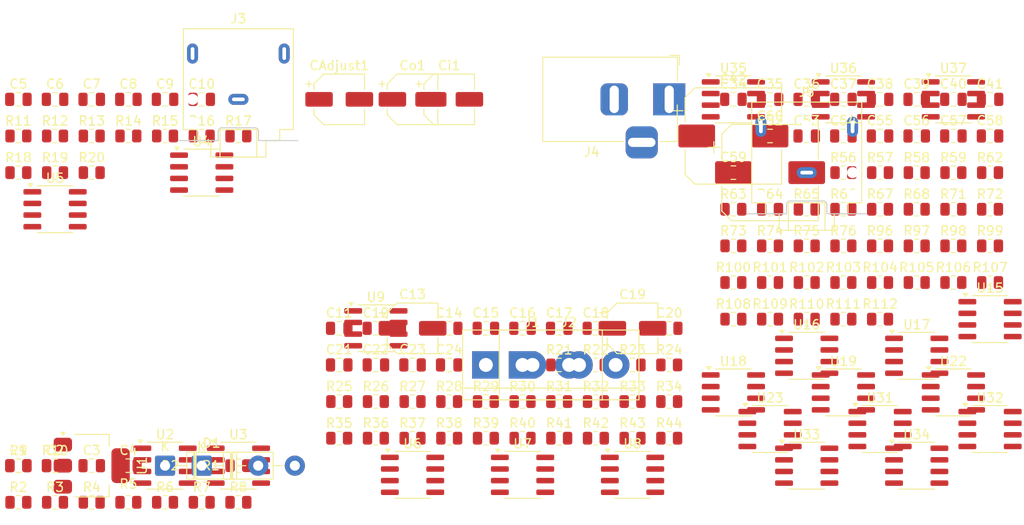
<source format=kicad_pcb>
(kicad_pcb (version 20241229) (generator "pcbnew") (generator_version "9.0")
  (layers (0 "F.Cu" signal) (2 "B.Cu" signal) (13 "F.Paste" user) (15 "B.Paste" user) (5 "F.SilkS" user "F.Silkscreen") (7 "B.SilkS" user "B.Silkscreen") (1 "F.Mask" user) (3 "B.Mask" user) (25 "Edge.Cuts" user))
  (net 0 "")
  (net 1 "GND")
  (net 2 "+15V")
  (net 3 "Net-(C6-Pad1)")
  (net 4 "Net-(U4A-+)")
  (net 5 "Net-(C8-Pad1)")
  (net 6 "Net-(U5A-+)")
  (net 7 "Net-(J1-Pin_1)")
  (net 8 "INP_BUF_OUT_LEFT")
  (net 9 "Net-(U6B-+)")
  (net 10 "Net-(J1-Pin_2)")
  (net 11 "Net-(U6A-+)")
  (net 12 "Net-(C15-Pad2)")
  (net 13 "Net-(U7A-+)")
  (net 14 "Net-(C16-Pad2)")
  (net 15 "VAS_OUT_LEFT")
  (net 16 "Net-(U7B--)")
  (net 17 "INP_BUF_OUT_RIGHT")
  (net 18 "Net-(J2-Pin_1)")
  (net 19 "Net-(U9B-+)")
  (net 20 "Net-(J2-Pin_2)")
  (net 21 "Net-(C22-Pad2)")
  (net 22 "Net-(U9A-+)")
  (net 23 "Net-(C23-Pad2)")
  (net 24 "Net-(U8A-+)")
  (net 25 "Net-(U8B--)")
  (net 26 "VAS_OUT_RIGHT")
  (net 27 "Net-(U17A-+)")
  (net 28 "HP_OUT_RIGHT")
  (net 29 "Net-(C42-Pad1)")
  (net 30 "Net-(U31A-+)")
  (net 31 "Net-(C60-Pad1)")
  (net 32 "HP_OUT_LEFT")
  (net 33 "Net-(D2-A)")
  (net 34 "Vi")
  (net 35 "Net-(J1-Pin_3)")
  (net 36 "Net-(J2-Pin_3)")
  (net 37 "AUDIO_IN_RIGHT")
  (net 38 "AUDIO_IN_LEFT")
  (net 39 "Net-(U2A-+)")
  (net 40 "Net-(U2A--)")
  (net 41 "VBIAS_LEFT")
  (net 42 "Net-(U2B--)")
  (net 43 "Net-(U3A-+)")
  (net 44 "VBIAS_RIGHT")
  (net 45 "Net-(U3A--)")
  (net 46 "Net-(U3B--)")
  (net 47 "Net-(U4A--)")
  (net 48 "Net-(U4B--)")
  (net 49 "Net-(U5A--)")
  (net 50 "Net-(U5B--)")
  (net 51 "Net-(U6B--)")
  (net 52 "Net-(U7A--)")
  (net 53 "Net-(U6A--)")
  (net 54 "Net-(U7B-+)")
  (net 55 "Net-(U9A--)")
  (net 56 "Net-(U8A--)")
  (net 57 "Net-(U9B--)")
  (net 58 "Net-(U8B-+)")
  (net 59 "Net-(U15B--)")
  (net 60 "BUF_OUT_RIGHT")
  (net 61 "Net-(U15A--)")
  (net 62 "Net-(U16B--)")
  (net 63 "Net-(U16A--)")
  (net 64 "Net-(U18B--)")
  (net 65 "Net-(U18A--)")
  (net 66 "Net-(U19B--)")
  (net 67 "Net-(U19A--)")
  (net 68 "BUF_IN_RIGHT")
  (net 69 "Net-(U17B--)")
  (net 70 "Net-(U17A--)")
  (net 71 "Net-(U22B--)")
  (net 72 "Net-(U22A--)")
  (net 73 "Net-(U23B--)")
  (net 74 "Net-(U23A--)")
  (net 75 "Net-(U31B--)")
  (net 76 "BUF_IN_LEFT")
  (net 77 "Net-(U31A--)")
  (net 78 "BUF_OUT_LEFT")
  (net 79 "Net-(U32B--)")
  (net 80 "Net-(U32A--)")
  (net 81 "Net-(U33B--)")
  (net 82 "Net-(U33A--)")
  (net 83 "Net-(U34B--)")
  (net 84 "Net-(U34A--)")
  (net 85 "Net-(U35B--)")
  (net 86 "Net-(U35A--)")
  (net 87 "Net-(U36B--)")
  (net 88 "Net-(U36A--)")
  (net 89 "Net-(U37B--)")
  (net 90 "Net-(U37A--)")
  (footprint "Resistor_SMD:R_0805_2012Metric" (layer "F.Cu") (at 163.9125 84.5)
    (property "Reference" "R110" (at 0 -1.65 0) (layer "F.SilkS"))
    (property "Value" "1")
    (pad "1" smd roundrect (at -0.9125 0) (size 1.025 1.4) (layers "F.Cu" "F.Mask" "F.Paste") (roundrect_rratio 0.243902) (net 78 "BUF_OUT_LEFT"))
    (pad "2" smd roundrect (at 0.9125 0) (size 1.025 1.4) (layers "F.Cu" "F.Mask" "F.Paste") (roundrect_rratio 0.243902))
  )
  (footprint "Capacitor_SMD:C_0805_2012Metric" (layer "F.Cu") (at 163.9125 60.5)
    (property "Reference" "C36" (at 0 -1.68 0) (layer "F.SilkS"))
    (property "Value" "100n")
    (pad "1" smd roundrect (at -0.95 0) (size 1 1.45) (layers "F.Cu" "F.Mask" "F.Paste") (net 2 "+15V"))
    (pad "2" smd roundrect (at 0.95 0) (size 1 1.45) (layers "F.Cu" "F.Mask" "F.Paste") (net 1 "GND"))
  )
  (footprint "Resistor_SMD:R_0805_2012Metric" (layer "F.Cu") (at 116.9125 97.5)
    (property "Reference" "R36" (at 0 -1.65 0) (layer "F.SilkS"))
    (property "Value" "1k")
    (pad "1" smd roundrect (at -0.9125 0) (size 1.025 1.4) (layers "F.Cu" "F.Mask" "F.Paste") (roundrect_rratio 0.243902))
    (pad "2" smd roundrect (at 0.9125 0) (size 1.025 1.4) (layers "F.Cu" "F.Mask" "F.Paste") (roundrect_rratio 0.243902) (net 22 "Net-(U9A-+)"))
  )
  (footprint "Diode_THT:D_DO-41_SOD81_P10.16mm_Horizontal" (layer "F.Cu") (at 93.9125 100.5)
    (property "Reference" "D1" (at 5.08 -2.47 180) (layer "F.SilkS"))
    (property "Value" "1N4002")
    (fp_text user "K" (at 0 -2.1 180) (layer "F.SilkS"))
    (pad "1" thru_hole roundrect (at 0 0) (size 2.2 2.2) (drill 1.1) (layers "*.Cu" "*.Mask") (roundrect_rratio 0.113636) (net 34 "Vi"))
    (pad "2" thru_hole circle (at 10.16 0) (size 2.2 2.2) (drill 1.1) (layers "*.Cu" "*.Mask") (net 2 "+15V"))
  )
  (footprint "Resistor_SMD:R_0805_2012Metric" (layer "F.Cu") (at 101.9125 100.5)
    (property "Reference" "R1" (at -3 0 0) (layer "F.SilkS"))
    (property "Value" "240")
    (pad "1" smd roundrect (at -0.9125 0) (size 1.025 1.4) (layers "F.Cu" "F.Mask" "F.Paste") (roundrect_rratio 0.243902) (net 2 "+15V"))
    (pad "2" smd roundrect (at 0.9125 0) (size 1.025 1.4) (layers "F.Cu" "F.Mask" "F.Paste") (roundrect_rratio 0.243902) (net 33 "Net-(D2-A)"))
  )
  (footprint "Resistor_SMD:R_0805_2012Metric" (layer "F.Cu") (at 183.9125 68.5)
    (property "Reference" "R62" (at 0 -1.65 0) (layer "F.SilkS"))
    (property "Value" "10k")
    (pad "1" smd roundrect (at -0.9125 0) (size 1.025 1.4) (layers "F.Cu" "F.Mask" "F.Paste") (roundrect_rratio 0.243902) (net 27 "Net-(U17A-+)"))
    (pad "2" smd roundrect (at 0.9125 0) (size 1.025 1.4) (layers "F.Cu" "F.Mask" "F.Paste") (roundrect_rratio 0.243902) (net 44 "VBIAS_RIGHT"))
  )
  (footprint "Package_SO:SOIC-8_3.9x4.9mm_P1.27mm" (layer "F.Cu") (at 163.9125 100.5)
    (property "Reference" "U33" (at 0 -3.4 0) (layer "F.SilkS"))
    (property "Value" "NE5532")
    (pad "1" smd roundrect (at -2.475 -1.905) (size 1.95 0.6) (layers "F.Cu" "F.Mask" "F.Paste") (net 82 "Net-(U33A--)"))
    (pad "2" smd roundrect (at -2.475 -0.635) (size 1.95 0.6) (layers "F.Cu" "F.Mask" "F.Paste") (net 82 "Net-(U33A--)"))
    (pad "3" smd roundrect (at -2.475 0.635) (size 1.95 0.6) (layers "F.Cu" "F.Mask" "F.Paste") (net 76 "BUF_IN_LEFT"))
    (pad "4" smd roundrect (at -2.475 1.905) (size 1.95 0.6) (layers "F.Cu" "F.Mask" "F.Paste") (net 1 "GND"))
    (pad "5" smd roundrect (at 2.475 1.905) (size 1.95 0.6) (layers "F.Cu" "F.Mask" "F.Paste") (net 76 "BUF_IN_LEFT"))
    (pad "6" smd roundrect (at 2.475 0.635) (size 1.95 0.6) (layers "F.Cu" "F.Mask" "F.Paste") (net 81 "Net-(U33B--)"))
    (pad "7" smd roundrect (at 2.475 -0.635) (size 1.95 0.6) (layers "F.Cu" "F.Mask" "F.Paste") (net 81 "Net-(U33B--)"))
    (pad "8" smd roundrect (at 2.475 -1.905) (size 1.95 0.6) (layers "F.Cu" "F.Mask" "F.Paste") (net 2 "+15V"))
  )
  (footprint "Resistor_SMD:R_0805_2012Metric" (layer "F.Cu") (at 159.9125 80.5)
    (property "Reference" "R101" (at 0 -1.65 0) (layer "F.SilkS"))
    (property "Value" "1")
    (pad "1" smd roundrect (at -0.9125 0) (size 1.025 1.4) (layers "F.Cu" "F.Mask" "F.Paste") (roundrect_rratio 0.243902) (net 78 "BUF_OUT_LEFT"))
    (pad "2" smd roundrect (at 0.9125 0) (size 1.025 1.4) (layers "F.Cu" "F.Mask" "F.Paste") (roundrect_rratio 0.243902))
  )
  (footprint "Resistor_SMD:R_0805_2012Metric" (layer "F.Cu") (at 179.9125 80.5)
    (property "Reference" "R106" (at 0 -1.65 0) (layer "F.SilkS"))
    (property "Value" "1")
    (pad "1" smd roundrect (at -0.9125 0) (size 1.025 1.4) (layers "F.Cu" "F.Mask" "F.Paste") (roundrect_rratio 0.243902) (net 78 "BUF_OUT_LEFT"))
    (pad "2" smd roundrect (at 0.9125 0) (size 1.025 1.4) (layers "F.Cu" "F.Mask" "F.Paste") (roundrect_rratio 0.243902))
  )
  (footprint "Resistor_SMD:R_0805_2012Metric" (layer "F.Cu") (at 77.9125 68.5)
    (property "Reference" "R18" (at 0 -1.65 0) (layer "F.SilkS"))
    (property "Value" "22k")
    (pad "1" smd roundrect (at -0.9125 0) (size 1.025 1.4) (layers "F.Cu" "F.Mask" "F.Paste") (roundrect_rratio 0.243902) (net 44 "VBIAS_RIGHT"))
    (pad "2" smd roundrect (at 0.9125 0) (size 1.025 1.4) (layers "F.Cu" "F.Mask" "F.Paste") (roundrect_rratio 0.243902) (net 6 "Net-(U5A-+)"))
  )
  (footprint "Capacitor_SMD:C_0805_2012Metric" (layer "F.Cu") (at 132.9125 85.5)
    (property "Reference" "C16" (at 0 -1.68 0) (layer "F.SilkS"))
    (property "Value" "100p")
    (pad "1" smd roundrect (at -0.95 0) (size 1 1.45) (layers "F.Cu" "F.Mask" "F.Paste"))
    (pad "2" smd roundrect (at 0.95 0) (size 1 1.45) (layers "F.Cu" "F.Mask" "F.Paste"))
  )
  (footprint "Capacitor_SMD:C_0805_2012Metric" (layer "F.Cu") (at 120.9125 89.5)
    (property "Reference" "C23" (at 0 -1.68 0) (layer "F.SilkS"))
    (property "Value" "100p")
    (pad "1" smd roundrect (at -0.95 0) (size 1 1.45) (layers "F.Cu" "F.Mask" "F.Paste"))
    (pad "2" smd roundrect (at 0.95 0) (size 1 1.45) (layers "F.Cu" "F.Mask" "F.Paste"))
  )
  (footprint "Resistor_SMD:R_0805_2012Metric" (layer "F.Cu") (at 175.9125 80.5)
    (property "Reference" "R105" (at 0 -1.65 0) (layer "F.SilkS"))
    (property "Value" "1")
    (pad "1" smd roundrect (at -0.9125 0) (size 1.025 1.4) (layers "F.Cu" "F.Mask" "F.Paste") (roundrect_rratio 0.243902) (net 78 "BUF_OUT_LEFT"))
    (pad "2" smd roundrect (at 0.9125 0) (size 1.025 1.4) (layers "F.Cu" "F.Mask" "F.Paste") (roundrect_rratio 0.243902))
  )
  (footprint "Package_SO:SOIC-8_3.9x4.9mm_P1.27mm" (layer "F.Cu") (at 179.9125 60.5)
    (property "Reference" "U37" (at 0 -3.4 0) (layer "F.SilkS"))
    (property "Value" "NE5532")
    (pad "1" smd roundrect (at -2.475 -1.905) (size 1.95 0.6) (layers "F.Cu" "F.Mask" "F.Paste") (net 90 "Net-(U37A--)"))
    (pad "2" smd roundrect (at -2.475 -0.635) (size 1.95 0.6) (layers "F.Cu" "F.Mask" "F.Paste") (net 90 "Net-(U37A--)"))
    (pad "3" smd roundrect (at -2.475 0.635) (size 1.95 0.6) (layers "F.Cu" "F.Mask" "F.Paste") (net 76 "BUF_IN_LEFT"))
    (pad "4" smd roundrect (at -2.475 1.905) (size 1.95 0.6) (layers "F.Cu" "F.Mask" "F.Paste") (net 1 "GND"))
    (pad "5" smd roundrect (at 2.475 1.905) (size 1.95 0.6) (layers "F.Cu" "F.Mask" "F.Paste") (net 76 "BUF_IN_LEFT"))
    (pad "6" smd roundrect (at 2.475 0.635) (size 1.95 0.6) (layers "F.Cu" "F.Mask" "F.Paste") (net 89 "Net-(U37B--)"))
    (pad "7" smd roundrect (at 2.475 -0.635) (size 1.95 0.6) (layers "F.Cu" "F.Mask" "F.Paste") (net 89 "Net-(U37B--)"))
    (pad "8" smd roundrect (at 2.475 -1.905) (size 1.95 0.6) (layers "F.Cu" "F.Mask" "F.Paste") (net 2 "+15V"))
  )
  (footprint "Package_SO:SOIC-8_3.9x4.9mm_P1.27mm" (layer "F.Cu") (at 179.9125 92.5)
    (property "Reference" "U22" (at 0 -3.4 0) (layer "F.SilkS"))
    (property "Value" "NE5532")
    (pad "1" smd roundrect (at -2.475 -1.905) (size 1.95 0.6) (layers "F.Cu" "F.Mask" "F.Paste") (net 72 "Net-(U22A--)"))
    (pad "2" smd roundrect (at -2.475 -0.635) (size 1.95 0.6) (layers "F.Cu" "F.Mask" "F.Paste") (net 72 "Net-(U22A--)"))
    (pad "3" smd roundrect (at -2.475 0.635) (size 1.95 0.6) (layers "F.Cu" "F.Mask" "F.Paste") (net 68 "BUF_IN_RIGHT"))
    (pad "4" smd roundrect (at -2.475 1.905) (size 1.95 0.6) (layers "F.Cu" "F.Mask" "F.Paste") (net 1 "GND"))
    (pad "5" smd roundrect (at 2.475 1.905) (size 1.95 0.6) (layers "F.Cu" "F.Mask" "F.Paste") (net 68 "BUF_IN_RIGHT"))
    (pad "6" smd roundrect (at 2.475 0.635) (size 1.95 0.6) (layers "F.Cu" "F.Mask" "F.Paste") (net 71 "Net-(U22B--)"))
    (pad "7" smd roundrect (at 2.475 -0.635) (size 1.95 0.6) (layers "F.Cu" "F.Mask" "F.Paste") (net 71 "Net-(U22B--)"))
    (pad "8" smd roundrect (at 2.475 -1.905) (size 1.95 0.6) (layers "F.Cu" "F.Mask" "F.Paste") (net 2 "+15V"))
  )
  (footprint "Capacitor_SMD:C_0805_2012Metric" (layer "F.Cu") (at 85.9125 60.5)
    (property "Reference" "C7" (at 0 -1.68 180) (layer "F.SilkS"))
    (property "Value" "4.7u")
    (pad "1" smd roundrect (at -0.95 0) (size 1 1.45) (layers "F.Cu" "F.Mask" "F.Paste") (net 3 "Net-(C6-Pad1)"))
    (pad "2" smd roundrect (at 0.95 0) (size 1 1.45) (layers "F.Cu" "F.Mask" "F.Paste"))
  )
  (footprint "Resistor_SMD:R_0805_2012Metric" (layer "F.Cu") (at 163.9125 76.5)
    (property "Reference" "R75" (at 0 -1.65 0) (layer "F.SilkS"))
    (property "Value" "1")
    (pad "1" smd roundrect (at -0.9125 0) (size 1.025 1.4) (layers "F.Cu" "F.Mask" "F.Paste") (roundrect_rratio 0.243902) (net 60 "BUF_OUT_RIGHT"))
    (pad "2" smd roundrect (at 0.9125 0) (size 1.025 1.4) (layers "F.Cu" "F.Mask" "F.Paste") (roundrect_rratio 0.243902))
  )
  (footprint "Resistor_SMD:R_0805_2012Metric" (layer "F.Cu") (at 77.9125 100.5)
    (property "Reference" "R9" (at 0 -1.65 0) (layer "F.SilkS"))
    (property "Value" "10")
    (pad "1" smd roundrect (at -0.9125 0) (size 1.025 1.4) (layers "F.Cu" "F.Mask" "F.Paste") (roundrect_rratio 0.243902))
    (pad "2" smd roundrect (at 0.9125 0) (size 1.025 1.4) (layers "F.Cu" "F.Mask" "F.Paste") (roundrect_rratio 0.243902))
  )
  (footprint "Resistor_SMD:R_0805_2012Metric" (layer "F.Cu") (at 175.9125 72.5)
    (property "Reference" "R68" (at 0 -1.65 0) (layer "F.SilkS"))
    (property "Value" "10")
    (pad "1" smd roundrect (at -0.9125 0) (size 1.025 1.4) (layers "F.Cu" "F.Mask" "F.Paste") (roundrect_rratio 0.243902) (net 68 "BUF_IN_RIGHT"))
    (pad "2" smd roundrect (at 0.9125 0) (size 1.025 1.4) (layers "F.Cu" "F.Mask" "F.Paste") (roundrect_rratio 0.243902))
  )
  (footprint "Resistor_SMD:R_0805_2012Metric" (layer "F.Cu") (at 175.9125 68.5)
    (property "Reference" "R58" (at 0 -1.65 0) (layer "F.SilkS"))
    (property "Value" "1")
    (pad "1" smd roundrect (at -0.9125 0) (size 1.025 1.4) (layers "F.Cu" "F.Mask" "F.Paste") (roundrect_rratio 0.243902) (net 60 "BUF_OUT_RIGHT"))
    (pad "2" smd roundrect (at 0.9125 0) (size 1.025 1.4) (layers "F.Cu" "F.Mask" "F.Paste") (roundrect_rratio 0.243902))
  )
  (footprint "Resistor_SMD:R_0805_2012Metric" (layer "F.Cu") (at 124.9125 97.5)
    (property "Reference" "R38" (at 0 -1.65 0) (layer "F.SilkS"))
    (property "Value" "5k6")
    (pad "1" smd roundrect (at -0.9125 0) (size 1.025 1.4) (layers "F.Cu" "F.Mask" "F.Paste") (roundrect_rratio 0.243902) (net 21 "Net-(C22-Pad2)"))
    (pad "2" smd roundrect (at 0.9125 0) (size 1.025 1.4) (layers "F.Cu" "F.Mask" "F.Paste") (roundrect_rratio 0.243902) (net 22 "Net-(U9A-+)"))
  )
  (footprint "Resistor_SMD:R_0805_2012Metric" (layer "F.Cu") (at 144.9125 89.5)
    (property "Reference" "R23" (at 0 -1.65 0) (layer "F.SilkS"))
    (property "Value" "1k")
    (pad "1" smd roundrect (at -0.9125 0) (size 1.025 1.4) (layers "F.Cu" "F.Mask" "F.Paste") (roundrect_rratio 0.243902))
    (pad "2" smd roundrect (at 0.9125 0) (size 1.025 1.4) (layers "F.Cu" "F.Mask" "F.Paste") (roundrect_rratio 0.243902) (net 41 "VBIAS_LEFT"))
  )
  (footprint "Resistor_SMD:R_0805_2012Metric" (layer "F.Cu") (at 155.9125 84.5)
    (property "Reference" "R108" (at 0 -1.65 0) (layer "F.SilkS"))
    (property "Value" "1")
    (pad "1" smd roundrect (at -0.9125 0) (size 1.025 1.4) (layers "F.Cu" "F.Mask" "F.Paste") (roundrect_rratio 0.243902) (net 78 "BUF_OUT_LEFT"))
    (pad "2" smd roundrect (at 0.9125 0) (size 1.025 1.4) (layers "F.Cu" "F.Mask" "F.Paste") (roundrect_rratio 0.243902))
  )
  (footprint "Resistor_SMD:R_0805_2012Metric" (layer "F.Cu") (at 132.9125 97.5)
    (property "Reference" "R40" (at 0 -1.65 0) (layer "F.SilkS"))
    (property "Value" "10")
    (pad "1" smd roundrect (at -0.9125 0) (size 1.025 1.4) (layers "F.Cu" "F.Mask" "F.Paste") (roundrect_rratio 0.243902) (net 36 "Net-(J2-Pin_3)"))
    (pad "2" smd roundrect (at 0.9125 0) (size 1.025 1.4) (layers "F.Cu" "F.Mask" "F.Paste") (roundrect_rratio 0.243902) (net 21 "Net-(C22-Pad2)"))
  )
  (footprint "Resistor_SMD:R_0805_2012Metric" (layer "F.Cu") (at 167.9125 84.5)
    (property "Reference" "R111" (at 0 -1.65 0) (layer "F.SilkS"))
    (property "Value" "10")
    (pad "1" smd roundrect (at -0.9125 0) (size 1.025 1.4) (layers "F.Cu" "F.Mask" "F.Paste") (roundrect_rratio 0.243902) (net 78 "BUF_OUT_LEFT"))
    (pad "2" smd roundrect (at 0.9125 0) (size 1.025 1.4) (layers "F.Cu" "F.Mask" "F.Paste") (roundrect_rratio 0.243902) (net 31 "Net-(C60-Pad1)"))
  )
  (footprint "Resistor_SMD:R_0805_2012Metric" (layer "F.Cu") (at 183.9125 72.5)
    (property "Reference" "R72" (at 0 -1.65 0) (layer "F.SilkS"))
    (property "Value" "1")
    (pad "1" smd roundrect (at -0.9125 0) (size 1.025 1.4) (layers "F.Cu" "F.Mask" "F.Paste") (roundrect_rratio 0.243902) (net 60 "BUF_OUT_RIGHT"))
    (pad "2" smd roundrect (at 0.9125 0) (size 1.025 1.4) (layers "F.Cu" "F.Mask" "F.Paste") (roundrect_rratio 0.243902))
  )
  (footprint "Package_SO:SOIC-8_3.9x4.9mm_P1.27mm" (layer "F.Cu") (at 101.9125 100.5)
    (property "Reference" "U3" (at 0 -3.4 180) (layer "F.SilkS"))
    (property "Value" "NE5532")
    (pad "1" smd roundrect (at -2.475 -1.905) (size 1.95 0.6) (layers "F.Cu" "F.Mask" "F.Paste") (net 45 "Net-(U3A--)"))
    (pad "2" smd roundrect (at -2.475 -0.635) (size 1.95 0.6) (layers "F.Cu" "F.Mask" "F.Paste") (net 45 "Net-(U3A--)"))
    (pad "3" smd roundrect (at -2.475 0.635) (size 1.95 0.6) (layers "F.Cu" "F.Mask" "F.Paste") (net 43 "Net-(U3A-+)"))
    (pad "4" smd roundrect (at -2.475 1.905) (size 1.95 0.6) (layers "F.Cu" "F.Mask" "F.Paste") (net 1 "GND"))
    (pad "5" smd roundrect (at 2.475 1.905) (size 1.95 0.6) (layers "F.Cu" "F.Mask" "F.Paste") (net 43 "Net-(U3A-+)"))
    (pad "6" smd roundrect (at 2.475 0.635) (size 1.95 0.6) (layers "F.Cu" "F.Mask" "F.Paste") (net 46 "Net-(U3B--)"))
    (pad "7" smd roundrect (at 2.475 -0.635) (size 1.95 0.6) (layers "F.Cu" "F.Mask" "F.Paste") (net 46 "Net-(U3B--)"))
    (pad "8" smd roundrect (at 2.475 -1.905) (size 1.95 0.6) (layers "F.Cu" "F.Mask" "F.Paste") (net 2 "+15V"))
  )
  (footprint "Resistor_SMD:R_0805_2012Metric" (layer "F.Cu") (at 128.9125 93.5)
    (property "Reference" "R29" (at 0 -1.65 0) (layer "F.SilkS"))
    (property "Value" "10")
    (pad "1" smd roundrect (at -0.9125 0) (size 1.025 1.4) (layers "F.Cu" "F.Mask" "F.Paste") (roundrect_rratio 0.243902) (net 35 "Net-(J1-Pin_3)"))
    (pad "2" smd roundrect (at 0.9125 0) (size 1.025 1.4) (layers "F.Cu" "F.Mask" "F.Paste") (roundrect_rratio 0.243902) (net 14 "Net-(C16-Pad2)"))
  )
  (footprint "Capacitor_SMD:C_0805_2012Metric" (layer "F.Cu") (at 124.9125 85.5)
    (property "Reference" "C14" (at 0 -1.68 0) (layer "F.SilkS"))
    (property "Value" "10u")
    (pad "1" smd roundrect (at -0.95 0) (size 1 1.45) (layers "F.Cu" "F.Mask" "F.Paste"))
    (pad "2" smd roundrect (at 0.95 0) (size 1 1.45) (layers "F.Cu" "F.Mask" "F.Paste"))
  )
  (footprint "Resistor_SMD:R_0805_2012Metric" (layer "F.Cu") (at 81.9125 68.5)
    (property "Reference" "R19" (at 0 -1.65 0) (layer "F.SilkS"))
    (property "Value" "10")
    (pad "1" smd roundrect (at -0.9125 0) (size 1.025 1.4) (layers "F.Cu" "F.Mask" "F.Paste") (roundrect_rratio 0.243902))
    (pad "2" smd roundrect (at 0.9125 0) (size 1.025 1.4) (layers "F.Cu" "F.Mask" "F.Paste") (roundrect_rratio 0.243902) (net 17 "INP_BUF_OUT_RIGHT"))
  )
  (footprint "Capacitor_SMD:CP_Elec_5x5.3" (layer "F.Cu") (at 112.9125 60.5)
    (property "Reference" "CAdjust1" (at 0 -3.7 0) (layer "F.SilkS"))
    (property "Value" "10u")
    (pad "1" smd roundrect (at -2.2 0) (size 3 1.6) (layers "F.Cu" "F.Mask" "F.Paste") (roundrect_rratio 0.15625))
    (pad "2" smd roundrect (at 2.2 0) (size 3 1.6) (layers "F.Cu" "F.Mask" "F.Paste") (roundrect_rratio 0.15625) (net 1 "GND"))
  )
  (footprint "Package_SO:SOIC-8_3.9x4.9mm_P1.27mm" (layer "F.Cu") (at 120.9125 101.5)
    (property "Reference" "U6" (at 0 -3.4 0) (layer "F.SilkS"))
    (property "Value" "NE5532")
    (pad "1" smd roundrect (at -2.475 -1.905) (size 1.95 0.6) (layers "F.Cu" "F.Mask" "F.Paste") (net 12 "Net-(C15-Pad2)"))
    (pad "2" smd roundrect (at -2.475 -0.635) (size 1.95 0.6) (layers "F.Cu" "F.Mask" "F.Paste") (net 53 "Net-(U6A--)"))
    (pad "3" smd roundrect (at -2.475 0.635) (size 1.95 0.6) (layers "F.Cu" "F.Mask" "F.Paste") (net 11 "Net-(U6A-+)"))
    (pad "4" smd roundrect (at -2.475 1.905) (size 1.95 0.6) (layers "F.Cu" "F.Mask" "F.Paste") (net 1 "GND"))
    (pad "5" smd roundrect (at 2.475 1.905) (size 1.95 0.6) (layers "F.Cu" "F.Mask" "F.Paste") (net 9 "Net-(U6B-+)"))
    (pad "6" smd roundrect (at 2.475 0.635) (size 1.95 0.6) (layers "F.Cu" "F.Mask" "F.Paste") (net 51 "Net-(U6B--)"))
    (pad "7" smd roundrect (at 2.475 -0.635) (size 1.95 0.6) (layers "F.Cu" "F.Mask" "F.Paste") (net 51 "Net-(U6B--)"))
    (pad "8" smd roundrect (at 2.475 -1.905) (size 1.95 0.6) (layers "F.Cu" "F.Mask" "F.Paste") (net 2 "+15V"))
  )
  (footprint "Diode_THT:D_DO-41_SOD81_P10.16mm_Horizontal" (layer "F.Cu") (at 97.9125 100.5)
    (property "Reference" "D2" (at -3.42 0 0) (layer "F.SilkS"))
    (property "Value" "1N4002")
    (fp_text user "K" (at 0 -2.1 0) (layer "F.SilkS"))
    (pad "1" thru_hole roundrect (at 0 0) (size 2.2 2.2) (drill 1.1) (layers "*.Cu" "*.Mask") (roundrect_rratio 0.113636) (net 2 "+15V"))
    (pad "2" thru_hole circle (at 10.16 0) (size 2.2 2.2) (drill 1.1) (layers "*.Cu" "*.Mask") (net 33 "Net-(D2-A)"))
  )
  (footprint "Resistor_SMD:R_0805_2012Metric" (layer "F.Cu") (at 167.9125 68.5)
    (property "Reference" "R56" (at 0 -1.65 0) (layer "F.SilkS"))
    (property "Value" "1")
    (pad "1" smd roundrect (at -0.9125 0) (size 1.025 1.4) (layers "F.Cu" "F.Mask" "F.Paste") (roundrect_rratio 0.243902))
    (pad "2" smd roundrect (at 0.9125 0) (size 1.025 1.4) (layers "F.Cu" "F.Mask" "F.Paste") (roundrect_rratio 0.243902))
  )
  (footprint "Package_SO:SOIC-8_3.9x4.9mm_P1.27mm" (layer "F.Cu") (at 155.9125 92.5)
    (property "Reference" "U18" (at 0 -3.4 0) (layer "F.SilkS"))
    (property "Value" "NE5532")
    (pad "1" smd roundrect (at -2.475 -1.905) (size 1.95 0.6) (layers "F.Cu" "F.Mask" "F.Paste") (net 65 "Net-(U18A--)"))
    (pad "2" smd roundrect (at -2.475 -0.635) (size 1.95 0.6) (layers "F.Cu" "F.Mask" "F.Paste") (net 65 "Net-(U18A--)"))
    (pad "3" smd roundrect (at -2.475 0.635) (size 1.95 0.6) (layers "F.Cu" "F.Mask" "F.Paste") (net 68 "BUF_IN_RIGHT"))
    (pad "4" smd roundrect (at -2.475 1.905) (size 1.95 0.6) (layers "F.Cu" "F.Mask" "F.Paste") (net 1 "GND"))
    (pad "5" smd roundrect (at 2.475 1.905) (size 1.95 0.6) (layers "F.Cu" "F.Mask" "F.Paste") (net 68 "BUF_IN_RIGHT"))
    (pad "6" smd roundrect (at 2.475 0.635) (size 1.95 0.6) (layers "F.Cu" "F.Mask" "F.Paste") (net 64 "Net-(U18B--)"))
    (pad "7" smd roundrect (at 2.475 -0.635) (size 1.95 0.6) (layers "F.Cu" "F.Mask" "F.Paste") (net 64 "Net-(U18B--)"))
    (pad "8" smd roundrect (at 2.475 -1.905) (size 1.95 0.6) (layers "F.Cu" "F.Mask" "F.Paste") (net 2 "+15V"))
  )
  (footprint "Capacitor_SMD:C_0805_2012Metric" (layer "F.Cu") (at 179.9125 64.5)
    (property "Reference" "C57" (at 0 -1.68 0) (layer "F.SilkS"))
    (property "Value" "100n")
    (pad "1" smd roundrect (at -0.95 0) (size 1 1.45) (layers "F.Cu" "F.Mask" "F.Paste") (net 2 "+15V"))
    (pad "2" smd roundrect (at 0.95 0) (size 1 1.45) (layers "F.Cu" "F.Mask" "F.Paste") (net 1 "GND"))
  )
  (footprint "Resistor_SMD:R_0805_2012Metric" (layer "F.Cu") (at 112.9125 93.5)
    (property "Reference" "R25" (at 0 -1.65 0) (layer "F.SilkS"))
    (property "Value" "1k")
    (pad "1" smd roundrect (at -0.9125 0) (size 1.025 1.4) (layers "F.Cu" "F.Mask" "F.Paste") (roundrect_rratio 0.243902) (net 51 "Net-(U6B--)"))
    (pad "2" smd roundrect (at 0.9125 0) (size 1.025 1.4) (layers "F.Cu" "F.Mask" "F.Paste") (roundrect_rratio 0.243902) (net 13 "Net-(U7A-+)"))
  )
  (footprint "Package_SO:SOIC-8_3.9x4.9mm_P1.27mm" (layer "F.Cu") (at 163.9125 88.5)
    (property "Reference" "U16" (at 0 -3.4 0) (layer "F.SilkS"))
    (property "Value" "NE5532")
    (pad "1" smd roundrect (at -2.475 -1.905) (size 1.95 0.6) (layers "F.Cu" "F.Mask" "F.Paste") (net 63 "Net-(U16A--)"))
    (pad "2" smd roundrect (at -2.475 -0.635) (size 1.95 0.6) (layers "F.Cu" "F.Mask" "F.Paste") (net 63 "Net-(U16A--)"))
    (pad "3" smd roundrect (at -2.475 0.635) (size 1.95 0.6) (layers "F.Cu" "F.Mask" "F.Paste") (net 68 "BUF_IN_RIGHT"))
    (pad "4" smd roundrect (at -2.475 1.905) (size 1.95 0.6) (layers "F.Cu" "F.Mask" "F.Paste") (net 1 "GND"))
    (pad "5" smd roundrect (at 2.475 1.905) (size 1.95 0.6) (layers "F.Cu" "F.Mask" "F.Paste") (net 68 "BUF_IN_RIGHT"))
    (pad "6" smd roundrect (at 2.475 0.635) (size 1.95 0.6) (layers "F.Cu" "F.Mask" "F.Paste") (net 62 "Net-(U16B--)"))
    (pad "7" smd roundrect (at 2.475 -0.635) (size 1.95 0.6) (layers "F.Cu" "F.Mask" "F.Paste") (net 62 "Net-(U16B--)"))
    (pad "8" smd roundrect (at 2.475 -1.905) (size 1.95 0.6) (layers "F.Cu" "F.Mask" "F.Paste") (net 2 "+15V"))
  )
  (footprint "Resistor_SMD:R_0805_2012Metric" (layer "F.Cu") (at 124.9125 93.5)
    (property "Reference" "R28" (at 0 -1.65 0) (layer "F.SilkS"))
    (property "Value" "5k6")
    (pad "1" smd roundrect (at -0.9125 0) (size 1.025 1.4) (layers "F.Cu" "F.Mask" "F.Paste") (roundrect_rratio 0.243902) (net 14 "Net-(C16-Pad2)"))
    (pad "2" smd roundrect (at 0.9125 0) (size 1.025 1.4) (layers "F.Cu" "F.Mask" "F.Paste") (roundrect_rratio 0.243902) (net 13 "Net-(U7A-+)"))
  )
  (footprint "Capacitor_SMD:CP_Elec_5x5.3" (layer "F.Cu") (at 120.9125 60.5)
    (property "Reference" "Co1" (at 0 -3.7 0) (layer "F.SilkS"))
    (property "Value" "0.1u")
    (pad "1" smd roundrect (at -2.2 0) (size 3 1.6) (layers "F.Cu" "F.Mask" "F.Paste") (roundrect_rratio 0.15625) (net 2 "+15V"))
    (pad "2" smd roundrect (at 2.2 0) (size 3 1.6) (layers "F.Cu" "F.Mask" "F.Paste") (roundrect_rratio 0.15625) (net 1 "GND"))
  )
  (footprint "Connector_BarrelJack:BarrelJack_Horizontal" (layer "F.Cu") (at 148.9125 60.5)
    (property "Reference" "J4" (at -8.45 5.75 0) (layer "F.SilkS"))
    (property "Value" "Barrel_Jack")
    (pad "1" thru_hole rect (at 0 0) (size 3.5 3.5) (drill oval 1 3) (layers "*.Cu" "*.Mask") (net 34 "Vi"))
    (pad "2" thru_hole roundrect (at -6 0) (size 3 3.5) (drill oval 1 3) (layers "*.Cu" "*.Mask") (net 1 "GND"))
    (pad "3" thru_hole roundrect (at -3 4.7) (size 3.5 3.5) (drill oval 3 1) (layers "*.Cu" "*.Mask"))
  )
  (footprint "Capacitor_SMD:C_0805_2012Metric" (layer "F.Cu") (at 116.9125 85.5)
    (property "Reference" "C12" (at 0 -1.68 0) (layer "F.SilkS"))
    (property "Value" "100n")
    (pad "1" smd roundrect (at -0.95 0) (size 1 1.45) (layers "F.Cu" "F.Mask" "F.Paste") (net 2 "+15V"))
    (pad "2" smd roundrect (at 0.95 0) (size 1 1.45) (layers "F.Cu" "F.Mask" "F.Paste") (net 1 "GND"))
  )
  (footprint "Capacitor_SMD:C_0805_2012Metric" (layer "F.Cu") (at 81.9125 100.5)
    (property "Reference" "C2" (at 0 -1.68 180) (layer "F.SilkS"))
    (property "Value" "100n")
    (pad "1" smd roundrect (at -0.95 0) (size 1 1.45) (layers "F.Cu" "F.Mask" "F.Paste") (net 2 "+15V"))
    (pad "2" smd roundrect (at 0.95 0) (size 1 1.45) (layers "F.Cu" "F.Mask" "F.Paste") (net 1 "GND"))
  )
  (footprint "Resistor_SMD:R_0805_2012Metric" (layer "F.Cu") (at 93.9125 104.5)
    (property "Reference" "R6" (at 0 -1.65 0) (layer "F.SilkS"))
    (property "Value" "10")
    (pad "1" smd roundrect (at -0.9125 0) (size 1.025 1.4) (layers "F.Cu" "F.Mask" "F.Paste") (roundrect_rratio 0.243902))
    (pad "2" smd roundrect (at 0.9125 0) (size 1.025 1.4) (layers "F.Cu" "F.Mask" "F.Paste") (roundrect_rratio 0.243902) (net 41 "VBIAS_LEFT"))
  )
  (footprint "Capacitor_SMD:C_0805_2012Metric" (layer "F.Cu") (at 179.9125 60.5)
    (property "Reference" "C40" (at 0 -1.68 0) (layer "F.SilkS"))
    (property "Value" "100n")
    (pad "1" smd roundrect (at -0.95 0) (size 1 1.45) (layers "F.Cu" "F.Mask" "F.Paste") (net 2 "+15V"))
    (pad "2" smd roundrect (at 0.95 0) (size 1 1.45) (layers "F.Cu" "F.Mask" "F.Paste") (net 1 "GND"))
  )
  (footprint "Capacitor_SMD:C_0805_2012Metric" (layer "F.Cu") (at 89.9125 100.5)
    (property "Reference" "C4" (at 0 -1.68 0) (layer "F.SilkS"))
    (property "Value" "10u")
    (pad "1" smd roundrect (at -0.95 0) (size 1 1.45) (layers "F.Cu" "F.Mask" "F.Paste") (net 2 "+15V"))
    (pad "2" smd roundrect (at 0.95 0) (size 1 1.45) (layers "F.Cu" "F.Mask" "F.Paste") (net 1 "GND"))
  )
  (footprint "Capacitor_SMD:C_0805_2012Metric" (layer "F.Cu") (at 85.9125 100.5)
    (property "Reference" "C3" (at 0 -1.68 0) (layer "F.SilkS"))
    (property "Value" "100n")
    (pad "1" smd roundrect (at -0.95 0) (size 1 1.45) (layers "F.Cu" "F.Mask" "F.Paste") (net 2 "+15V"))
    (pad "2" smd roundrect (at 0.95 0) (size 1 1.45) (layers "F.Cu" "F.Mask" "F.Paste") (net 1 "GND"))
  )
  (footprint "Resistor_SMD:R_0805_2012Metric" (layer "F.Cu") (at 148.9125 93.5)
    (property "Reference" "R34" (at 0 -1.65 0) (layer "F.SilkS"))
    (property "Value" "1k")
    (pad "1" smd roundrect (at -0.9125 0) (size 1.025 1.4) (layers "F.Cu" "F.Mask" "F.Paste") (roundrect_rratio 0.243902))
    (pad "2" smd roundrect (at 0.9125 0) (size 1.025 1.4) (layers "F.Cu" "F.Mask" "F.Paste") (roundrect_rratio 0.243902) (net 44 "VBIAS_RIGHT"))
  )
  (footprint "Capacitor_SMD:C_0805_2012Metric" (layer "F.Cu") (at 167.9125 64.5)
    (property "Reference" "C54" (at 0 -1.68 0) (layer "F.SilkS"))
    (property "Value" "100n")
    (pad "1" smd roundrect (at -0.95 0) (size 1 1.45) (layers "F.Cu" "F.Mask" "F.Paste") (net 2 "+15V"))
    (pad "2" smd roundrect (at 0.95 0) (size 1 1.45) (layers "F.Cu" "F.Mask" "F.Paste") (net 1 "GND"))
  )
  (footprint "Resistor_SMD:R_0805_2012Metric" (layer "F.Cu") (at 159.9125 84.5)
    (property "Reference" "R109" (at 0 -1.65 0) (layer "F.SilkS"))
    (property "Value" "1")
    (pad "1" smd roundrect (at -0.9125 0) (size 1.025 1.4) (layers "F.Cu" "F.Mask" "F.Paste") (roundrect_rratio 0.243902) (net 78 "BUF_OUT_LEFT"))
    (pad "2" smd roundrect (at 0.9125 0) (size 1.025 1.4) (layers "F.Cu" "F.Mask" "F.Paste") (roundrect_rratio 0.243902))
  )
  (footprint "Resistor_SMD:R_0805_2012Metric" (layer "F.Cu") (at 144.9125 97.5)
    (property "Reference" "R43" (at 0 -1.65 0) (layer "F.SilkS"))
    (property "Value" "1k")
    (pad "1" smd roundrect (at -0.9125 0) (size 1.025 1.4) (layers "F.Cu" "F.Mask" "F.Paste") (roundrect_rratio 0.243902))
    (pad "2" smd roundrect (at 0.9125 0) (size 1.025 1.4) (layers "F.Cu" "F.Mask" "F.Paste") (roundrect_rratio 0.243902) (net 44 "VBIAS_RIGHT"))
  )
  (footprint "Capacitor_SMD:C_0805_2012Metric" (layer "F.Cu") (at 93.9125 60.5)
    (property "Reference" "C9" (at 0 -1.68 0) (layer "F.SilkS"))
    (property "Value" "4.7u")
    (pad "1" smd roundrect (at -0.95 0) (size 1 1.45) (layers "F.Cu" "F.Mask" "F.Paste") (net 5 "Net-(C8-Pad1)"))
    (pad "2" smd roundrect (at 0.95 0) (size 1 1.45) (layers "F.Cu" "F.Mask" "F.Paste"))
  )
  (footprint "Capacitor_SMD:C_0805_2012Metric" (layer "F.Cu") (at 89.9125 60.5)
    (property "Reference" "C8" (at 0 -1.68 0) (layer "F.SilkS"))
    (property "Value" "1n")
    (pad "1" smd roundrect (at -0.95 0) (size 1 1.45) (layers "F.Cu" "F.Mask" "F.Paste"))
    (pad "2" smd roundrect (at 0.95 0) (size 1 1.45) (layers "F.Cu" "F.Mask" "F.Paste") (net 1 "GND"))
  )
  (footprint "Resistor_SMD:R_0805_2012Metric" (layer "F.Cu") (at 179.9125 72.5)
    (property "Reference" "R71" (at 0 -1.65 0) (layer "F.SilkS"))
    (property "Value" "1")
    (pad "1" smd roundrect (at -0.9125 0) (size 1.025 1.4) (layers "F.Cu" "F.Mask" "F.Paste") (roundrect_rratio 0.243902) (net 60 "BUF_OUT_RIGHT"))
    (pad "2" smd roundrect (at 0.9125 0) (size 1.025 1.4) (layers "F.Cu" "F.Mask" "F.Paste") (roundrect_rratio 0.243902))
  )
  (footprint "Resistor_SMD:R_0805_2012Metric" (layer "F.Cu") (at 97.9125 104.5)
    (property "Reference" "R7" (at 0 -1.65 0) (layer "F.SilkS"))
    (property "Value" "2.2k")
    (pad "1" smd roundrect (at -0.9125 0) (size 1.025 1.4) (layers "F.Cu" "F.Mask" "F.Paste") (roundrect_rratio 0.243902) (net 2 "+15V"))
    (pad "2" smd roundrect (at 0.9125 0) (size 1.025 1.4) (layers "F.Cu" "F.Mask" "F.Paste") (roundrect_rratio 0.243902))
  )
  (footprint "Resistor_SMD:R_0805_2012Metric" (layer "F.Cu") (at 85.9125 64.5)
    (property "Reference" "R13" (at 0 -1.65 0) (layer "F.SilkS"))
    (property "Value" "22k")
    (pad "1" smd roundrect (at -0.9125 0) (size 1.025 1.4) (layers "F.Cu" "F.Mask" "F.Paste") (roundrect_rratio 0.243902) (net 41 "VBIAS_LEFT"))
    (pad "2" smd roundrect (at 0.9125 0) (size 1.025 1.4) (layers "F.Cu" "F.Mask" "F.Paste") (roundrect_rratio 0.243902) (net 4 "Net-(U4A-+)"))
  )
  (footprint "Package_SO:SOIC-8_3.9x4.9mm_P1.27mm" (layer "F.Cu") (at 155.9125 60.5)
    (property "Reference" "U35" (at 0 -3.4 0) (layer "F.SilkS"))
    (property "Value" "NE5532")
    (pad "1" smd roundrect (at -2.475 -1.905) (size 1.95 0.6) (layers "F.Cu" "F.Mask" "F.Paste") (net 86 "Net-(U35A--)"))
    (pad "2" smd roundrect (at -2.475 -0.635) (size 1.95 0.6) (layers "F.Cu" "F.Mask" "F.Paste") (net 86 "Net-(U35A--)"))
    (pad "3" smd roundrect (at -2.475 0.635) (size 1.95 0.6) (layers "F.Cu" "F.Mask" "F.Paste") (net 76 "BUF_IN_LEFT"))
    (pad "4" smd roundrect (at -2.475 1.905) (size 1.95 0.6) (layers "F.Cu" "F.Mask" "F.Paste") (net 1 "GND"))
    (pad "5" smd roundrect (at 2.475 1.905) (size 1.95 0.6) (layers "F.Cu" "F.Mask" "F.Paste") (net 76 "BUF_IN_LEFT"))
    (pad "6" smd roundrect (at 2.475 0.635) (size 1.95 0.6) (layers "F.Cu" "F.Mask" "F.Paste") (net 85 "Net-(U35B--)"))
    (pad "7" smd roundrect (at 2.475 -0.635) (size 1.95 0.6) (layers "F.Cu" "F.Mask" "F.Paste") (net 85 "Net-(U35B--)"))
    (pad "8" smd roundrect (at 2.475 -1.905) (size 1.95 0.6) (layers "F.Cu" "F.Mask" "F.Paste") (net 2 "+15V"))
  )
  (footprint "Resistor_SMD:R_0805_2012Metric" (layer "F.Cu") (at 101.9125 64.5)
    (property "Reference" "R17" (at 0 -1.65 0) (layer "F.SilkS"))
    (property "Value" "22k")
    (pad "1" smd roundrect (at -0.9125 0) (size 1.025 1.4) (layers "F.Cu" "F.Mask" "F.Paste") (roundrect_rratio 0.243902) (net 1 "GND"))
    (pad "2" smd roundrect (at 0.9125 0) (size 1.025 1.4) (layers "F.Cu" "F.Mask" "F.Paste") (roundrect_rratio 0.243902) (net 5 "Net-(C8-Pad1)"))
  )
  (footprint "Resistor_SMD:R_0805_2012Metric" (layer "F.Cu") (at 136.9125 93.5)
    (property "Reference" "R31" (at 0 -1.65 0) (layer "F.SilkS"))
    (property "Value" "1k")
    (pad "1" smd roundrect (at -0.9125 0) (size 1.025 1.4) (layers "F.Cu" "F.Mask" "F.Paste") (roundrect_rratio 0.243902))
    (pad "2" smd roundrect (at 0.9125 0) (size 1.025 1.4) (layers "F.Cu" "F.Mask" "F.Paste") (roundrect_rratio 0.243902) (net 41 "VBIAS_LEFT"))
  )
  (footprint "Resistor_SMD:R_0805_2012Metric" (layer "F.Cu") (at 183.9125 76.5)
    (property "Reference" "R99" (at 0 -1.65 0) (layer "F.SilkS"))
    (property "Value" "1")
    (pad "1" smd roundrect (at -0.9125 0) (size 1.025 1.4) (layers "F.Cu" "F.Mask" "F.Paste") (roundrect_rratio 0.243902))
    (pad "2" smd roundrect (at 0.9125 0) (size 1.025 1.4) (layers "F.Cu" "F.Mask" "F.Paste") (roundrect_rratio 0.243902))
  )
  (footprint "Capacitor_SMD:C_0805_2012Metric" (layer "F.Cu") (at 183.9125 60.5)
    (property "Reference" "C41" (at 0 -1.68 0) (layer "F.SilkS"))
    (property "Value" "100n")
    (pad "1" smd roundrect (at -0.95 0) (size 1 1.45) (layers "F.Cu" "F.Mask" "F.Paste") (net 2 "+15V"))
    (pad "2" smd roundrect (at 0.95 0) (size 1 1.45) (layers "F.Cu" "F.Mask" "F.Paste") (net 1 "GND"))
  )
  (footprint "Capacitor_SMD:C_0805_2012Metric" (layer "F.Cu") (at 136.9125 85.5)
    (property "Reference" "C17" (at 0 -1.68 0) (layer "F.SilkS"))
    (property "Value" "470p")
    (pad "1" smd roundrect (at -0.95 0) (size 1 1.45) (layers "F.Cu" "F.Mask" "F.Paste"))
    (pad "2" smd roundrect (at 0.95 0) (size 1 1.45) (layers "F.Cu" "F.Mask" "F.Paste"))
  )
  (footprint "Resistor_SMD:R_0805_2012Metric" (layer "F.Cu") (at 89.9125 64.5)
    (property "Reference" "R14" (at 0 -1.65 0) (layer "F.SilkS"))
    (property "Value" "10")
    (pad "1" smd roundrect (at -0.9125 0) (size 1.025 1.4) (layers "F.Cu" "F.Mask" "F.Paste") (roundrect_rratio 0.243902))
    (pad "2" smd roundrect (at 0.9125 0) (size 1.025 1.4) (layers "F.Cu" "F.Mask" "F.Paste") (roundrect_rratio 0.243902) (net 8 "INP_BUF_OUT_LEFT"))
  )
  (footprint "Resistor_SMD:R_0805_2012Metric" (layer "F.Cu") (at 136.9125 89.5)
    (property "Reference" "R21" (at 0 -1.65 0) (layer "F.SilkS"))
    (property "Value" "47k")
    (pad "1" smd roundrect (at -0.9125 0) (size 1.025 1.4) (layers "F.Cu" "F.Mask" "F.Paste") (roundrect_rratio 0.243902) (net 41 "VBIAS_LEFT"))
    (pad "2" smd roundrect (at 0.9125 0) (size 1.025 1.4) (layers "F.Cu" "F.Mask" "F.Paste") (roundrect_rratio 0.243902) (net 9 "Net-(U6B-+)"))
  )
  (footprint "Resistor_SMD:R_0805_2012Metric" (layer "F.Cu") (at 132.9125 93.5)
    (property "Reference" "R30" (at 0 -1.65 0) (layer "F.SilkS"))
    (property "Value" "3k3")
    (pad "1" smd roundrect (at -0.9125 0) (size 1.025 1.4) (layers "F.Cu" "F.Mask" "F.Paste") (roundrect_rratio 0.243902) (net 15 "VAS_OUT_LEFT"))
    (pad "2" smd roundrect (at 0.9125 0) (size 1.025 1.4) (layers "F.Cu" "F.Mask" "F.Paste") (roundrect_rratio 0.243902) (net 16 "Net-(U7B--)"))
  )
  (footprint "Resistor_SMD:R_0805_2012Metric" (layer "F.Cu") (at 140.9125 89.5)
    (property "Reference" "R22" (at 0 -1.65 0) (layer "F.SilkS"))
    (property "Value" "1k")
    (pad "1" smd roundrect (at -0.9125 0) (size 1.025 1.4) (layers "F.Cu" "F.Mask" "F.Paste") (roundrect_rratio 0.243902))
    (pad "2" smd roundrect (at 0.9125 0) (size 1.025 1.4) (layers "F.Cu" "F.Mask" "F.Paste") (roundrect_rratio 0.243902) (net 11 "Net-(U6A-+)"))
  )
  (footprint "Package_SO:SOIC-8_3.9x4.9mm_P1.27mm" (layer "F.Cu") (at 171.9125 96.5)
    (property "Reference" "U31" (at 0 -3.4 0) (layer "F.SilkS"))
    (property "Value" "NE5532")
    (pad "1" smd roundrect (at -2.475 -1.905) (size 1.95 0.6) (layers "F.Cu" "F.Mask" "F.Paste") (net 77 "Net-(U31A--)"))
    (pad "2" smd roundrect (at -2.475 -0.635) (size 1.95 0.6) (layers "F.Cu" "F.Mask" "F.Paste") (net 77 "Net-(U31A--)"))
    (pad "3" smd roundrect (at -2.475 0.635) (size 1.95 0.6) (layers "F.Cu" "F.Mask" "F.Paste") (net 30 "Net-(U31A-+)"))
    (pad "4" smd roundrect (at -2.475 1.905) (size 1.95 0.6) (layers "F.Cu" "F.Mask" "F.Paste") (net 1 "GND"))
    (pad "5" smd roundrect (at 2.475 1.905) (size 1.95 0.6) (layers "F.Cu" "F.Mask" "F.Paste") (net 30 "Net-(U31A-+)"))
    (pad "6" smd roundrect (at 2.475 0.635) (size 1.95 0.6) (layers "F.Cu" "F.Mask" "F.Paste") (net 75 "Net-(U31B--)"))
    (pad "7" smd roundrect (at 2.475 -0.635) (size 1.95 0.6) (layers "F.Cu" "F.Mask" "F.Paste") (net 75 "Net-(U31B--)"))
    (pad "8" smd roundrect (at 2.475 -1.905) (size 1.95 0.6) (layers "F.Cu" "F.Mask" "F.Paste") (net 2 "+15V"))
  )
  (footprint "Capacitor_SMD:C_0805_2012Metric" (layer "F.Cu") (at 148.9125 85.5)
    (property "Reference" "C20" (at 0 -1.68 0) (layer "F.SilkS"))
    (property "Value" "100n")
    (pad "1" smd roundrect (at -0.95 0) (size 1 1.45) (layers "F.Cu" "F.Mask" "F.Paste") (net 2 "+15V"))
    (pad "2" smd roundrect (at 0.95 0) (size 1 1.45) (layers "F.Cu" "F.Mask" "F.Paste") (net 1 "GND"))
  )
  (footprint "Resistor_SMD:R_0805_2012Metric" (layer "F.Cu") (at 171.9125 80.5)
    (property "Reference" "R104" (at 0 -1.65 0) (layer "F.SilkS"))
    (property "Value" "1")
    (pad "1" smd roundrect (at -0.9125 0) (size 1.025 1.4) (layers "F.Cu" "F.Mask" "F.Paste") (roundrect_rratio 0.243902) (net 78 "BUF_OUT_LEFT"))
    (pad "2" smd roundrect (at 0.9125 0) (size 1.025 1.4) (layers "F.Cu" "F.Mask" "F.Paste") (roundrect_rratio 0.243902))
  )
  (footprint "Resistor_SMD:R_0805_2012Metric" (layer "F.Cu") (at 77.9125 104.5)
    (property "Reference" "R2" (at 0 -1.65 180) (layer "F.SilkS"))
    (property "Value" "2.7k")
    (pad "1" smd roundrect (at -0.9125 0) (size 1.025 1.4) (layers "F.Cu" "F.Mask" "F.Paste") (roundrect_rratio 0.243902) (net 33 "Net-(D2-A)"))
    (pad "2" smd roundrect (at 0.9125 0) (size 1.025 1.4) (layers "F.Cu" "F.Mask" "F.Paste") (roundrect_rratio 0.243902) (net 1 "GND"))
  )
  (footprint "Resistor_SMD:R_0805_2012Metric" (layer "F.Cu") (at 171.9125 68.5)
    (property "Reference" "R57" (at 0 -1.65 0) (layer "F.SilkS"))
    (property "Value" "1")
    (pad "1" smd roundrect (at -0.9125 0) (size 1.025 1.4) (layers "F.Cu" "F.Mask" "F.Paste") (roundrect_rratio 0.243902) (net 60 "BUF_OUT_RIGHT"))
    (pad "2" smd roundrect (at 0.9125 0) (size 1.025 1.4) (layers "F.Cu" "F.Mask" "F.Paste") (roundrect_rratio 0.243902))
  )
  (footprint "Resistor_SMD:R_0805_2012Metric" (layer "F.Cu") (at 120.9125 97.5)
    (property "Reference" "R37" (at 0 -1.65 0) (layer "F.SilkS"))
    (property "Value" "1k")
    (pad "1" smd roundrect (at -0.9125 0) (size 1.025 1.4) (layers "F.Cu" "F.Mask" "F.Paste") (roundrect_rratio 0.243902) (net 57 "Net-(U9B--)"))
    (pad "2" smd roundrect (at 0.9125 0) (size 1.025 1.4) (layers "F.Cu" "F.Mask" "F.Paste") (roundrect_rratio 0.243902) (net 24 "Net-(U8A-+)"))
  )
  (footprint "Capacitor_SMD:CP_Elec_10x10" (layer "F.Cu") (at 159.9125 68.5)
    (property "Reference" "C60" (at 0 -6.2 0) (layer "F.SilkS"))
    (property "Value" "2200u")
    (pad "1" smd roundrect (at -4 0) (size 4 2.5) (layers "F.Cu" "F.Mask" "F.Paste") (roundrect_rratio 0.1))
    (pad "2" smd roundrect (at 4 0) (size 4 2.5) (layers "F.Cu" "F.Mask" "F.Paste") (roundrect_rratio 0.1))
  )
  (footprint "Capacitor_SMD:C_0805_2012Metric" (layer "F.Cu") (at 124.9125 89.5)
    (property "Reference" "C24" (at 0 -1.68 0) (layer "F.SilkS"))
    (property "Value" "470p")
    (pad "1" smd roundrect (at -0.95 0) (size 1 1.45) (layers "F.Cu" "F.Mask" "F.Paste"))
    (pad "2" smd roundrect (at 0.95 0) (size 1 1.45) (layers "F.Cu" "F.Mask" "F.Paste"))
  )
  (footprint "Resistor_SMD:R_0805_2012Metric" (layer "F.Cu") (at 163.9125 80.5)
    (property "Reference" "R102" (at 0 -1.65 0) (layer "F.SilkS"))
    (property "Value" "1")
    (pad "1" smd roundrect (at -0.9125 0) (size 1.025 1.4) (layers "F.Cu" "F.Mask" "F.Paste") (roundrect_rratio 0.243902) (net 78 "BUF_OUT_LEFT"))
    (pad "2" smd roundrect (at 0.9125 0) (size 1.025 1.4) (layers "F.Cu" "F.Mask" "F.Paste") (roundrect_rratio 0.243902))
  )
  (footprint "Resistor_SMD:R_0805_2012Metric" (layer "F.Cu") (at 120.9125 93.5)
    (property "Reference" "R27" (at 0 -1.65 0) (layer "F.SilkS"))
    (property "Value" "10")
    (pad "1" smd roundrect (at -0.9125 0) (size 1.025 1.4) (layers "F.Cu" "F.Mask" "F.Paste") (roundrect_rratio 0.243902) (net 35 "Net-(J1-Pin_3)"))
    (pad "2" smd roundrect (at 0.9125 0) (size 1.025 1.4) (layers "F.Cu" "F.Mask" "F.Paste") (roundrect_rratio 0.243902) (net 12 "Net-(C15-Pad2)"))
  )
  (footprint "Capacitor_SMD:C_0805_2012Metric" (layer "F.Cu") (at 112.9125 89.5)
    (property "Reference" "C21" (at 0 -1.68 0) (layer "F.SilkS"))
    (property "Value" "10u")
    (pad "1" smd roundrect (at -0.95 0) (size 1 1.45) (layers "F.Cu" "F.Mask" "F.Paste"))
    (pad "2" smd roundrect (at 0.95 0) (size 1 1.45) (layers "F.Cu" "F.Mask" "F.Paste"))
  )
  (footprint "Capacitor_SMD:C_0805_2012Metric" (layer "F.Cu") (at 155.9125 60.5)
    (property "Reference" "C34" (at 0 -1.68 0) (layer "F.SilkS"))
    (property "Value" "100n")
    (pad "1" smd roundrect (at -0.95 0) (size 1 1.45) (layers "F.Cu" "F.Mask" "F.Paste") (net 2 "+15V"))
    (pad "2" smd roundrect (at 0.95 0) (size 1 1.45) (layers "F.Cu" "F.Mask" "F.Paste") (net 1 "GND"))
  )
  (footprint "Package_SO:SOIC-8_3.9x4.9mm_P1.27mm" (layer "F.Cu") (at 116.9125 85.5)
    (property "Reference" "U9" (at 0 -3.4 0) (layer "F.SilkS"))
    (property "Value" "NE5532")
    (pad "1" smd roundrect (at -2.475 -1.905) (size 1.95 0.6) (layers "F.Cu" "F.Mask" "F.Paste") (net 21 "Net-(C22-Pad2)"))
    (pad "2" smd roundrect (at -2.475 -0.635) (size 1.95 0.6) (layers "F.Cu" "F.Mask" "F.Paste") (net 55 "Net-(U9A--)"))
    (pad "3" smd roundrect (at -2.475 0.635) (size 1.95 0.6) (layers "F.Cu" "F.Mask" "F.Paste") (net 22 "Net-(U9A-+)"))
    (pad "4" smd roundrect (at -2.475 1.905) (size 1.95 0.6) (layers "F.Cu" "F.Mask" "F.Paste") (net 1 "GND"))
    (pad "5" smd roundrect (at 2.475 1.905) (size 1.95 0.6) (layers "F.Cu" "F.Mask" "F.Paste") (net 19 "Net-(U9B-+)"))
    (pad "6" smd roundrect (at 2.475 0.635) (size 1.95 0.6) (layers "F.Cu" "F.Mask" "F.Paste") (net 57 "Net-(U9B--)"))
    (pad "7" smd roundrect (at 2.475 -0.635) (size 1.95 0.6) (layers "F.Cu" "F.Mask" "F.Paste") (net 57 "Net-(U9B--)"))
    (pad "8" smd roundrect (at 2.475 -1.905) (size 1.95 0.6) (layers "F.Cu" "F.Mask" "F.Paste") (net 2 "+15V"))
  )
  (footprint "Resistor_SMD:R_0805_2012Metric" (layer "F.Cu") (at 159.9125 72.5)
    (property "Reference" "R64" (at 0 -1.65 0) (layer "F.SilkS"))
    (property "Value" "1")
    (pad "1" smd roundrect (at -0.9125 0) (size 1.025 1.4) (layers "F.Cu" "F.Mask" "F.Paste") (roundrect_rratio 0.243902) (net 60 "BUF_OUT_RIGHT"))
    (pad "2" smd roundrect (at 0.9125 0) (size 1.025 1.4) (layers "F.Cu" "F.Mask" "F.Paste") (roundrect_rratio 0.243902))
  )
  (footprint "Resistor_SMD:R_0805_2012Metric" (layer "F.Cu") (at 163.9125 72.5)
    (property "Reference" "R65" (at 0 -1.65 0) (layer "F.SilkS"))
    (property "Value" "1")
    (pad "1" smd roundrect (at -0.9125 0) (size 1.025 1.4) (layers "F.Cu" "F.Mask" "F.Paste") (roundrect_rratio 0.243902) (net 60 "BUF_OUT_RIGHT"))
    (pad "2" smd roundrect (at 0.9125 0) (size 1.025 1.4) (layers "F.Cu" "F.Mask" "F.Paste") (roundrect_rratio 0.243902))
  )
  (footprint "Package_SO:SOIC-8_3.9x4.9mm_P1.27mm" (layer "F.Cu") (at 167.9125 92.5)
    (property "Reference" "U19" (at 0 -3.4 0) (layer "F.SilkS"))
    (property "Value" "NE5532")
    (pad "1" smd roundrect (at -2.475 -1.905) (size 1.95 0.6) (layers "F.Cu" "F.Mask" "F.Paste") (net 67 "Net-(U19A--)"))
    (pad "2" smd roundrect (at -2.475 -0.635) (size 1.95 0.6) (layers "F.Cu" "F.Mask" "F.Paste") (net 67 "Net-(U19A--)"))
    (pad "3" smd roundrect (at -2.475 0.635) (size 1.95 0.6) (layers "F.Cu" "F.Mask" "F.Paste") (net 68 "BUF_IN_RIGHT"))
    (pad "4" smd roundrect (at -2.475 1.905) (size 1.95 0.6) (layers "F.Cu" "F.Mask" "F.Paste") (net 1 "GND"))
    (pad "5" smd roundrect (at 2.475 1.905) (size 1.95 0.6) (layers "F.Cu" "F.Mask" "F.Paste") (net 68 "BUF_IN_RIGHT"))
    (pad "6" smd roundrect (at 2.475 0.635) (size 1.95 0.6) (layers "F.Cu" "F.Mask" "F.Paste") (net 66 "Net-(U19B--)"))
    (pad "7" smd roundrect (at 2.475 -0.635) (size 1.95 0.6) (layers "F.Cu" "F.Mask" "F.Paste") (net 66 "Net-(U19B--)"))
    (pad "8" smd roundrect (at 2.475 -1.905) (size 1.95 0.6) (layers "F.Cu" "F.Mask" "F.Paste") (net 2 "+15V"))
  )
  (footprint "Capacitor_SMD:CP_Elec_5x5.3" (layer "F.Cu") (at 120.9125 85.5)
    (property "Reference" "C13" (at 0 -3.7 0) (layer "F.SilkS"))
    (property "Value" "220u")
    (pad "1" smd roundrect (at -2.2 0) (size 3 1.6) (layers "F.Cu" "F.Mask" "F.Paste") (roundrect_rratio 0.15625))
    (pad "2" smd roundrect (at 2.2 0) (size 3 1.6) (layers "F.Cu" "F.Mask" "F.Paste") (roundrect_rratio 0.15625))
  )
  (footprint "Resistor_SMD:R_0805_2012Metric" (layer "F.Cu") (at 140.9125 93.5)
    (property "Reference" "R32" (at 0 -1.65 0) (layer "F.SilkS"))
    (property "Value" "3k3")
    (pad "1" smd roundrect (at -0.9125 0) (size 1.025 1.4) (layers "F.Cu" "F.Mask" "F.Paste") (roundrect_rratio 0.243902) (net 16 "Net-(U7B--)"))
    (pad "2" smd roundrect (at 0.9125 0) (size 1.025 1.4) (layers "F.Cu" "F.Mask" "F.Paste") (roundrect_rratio 0.243902) (net 35 "Net-(J1-Pin_3)"))
  )
  (footprint "Resistor_SMD:R_0805_2012Metric" (layer "F.Cu") (at 171.9125 72.5)
    (property "Reference" "R67" (at 0 -1.65 0) (layer "F.SilkS"))
    (property "Value" "10")
    (pad "1" smd roundrect (at -0.9125 0) (size 1.025 1.4) (layers "F.Cu" "F.Mask" "F.Paste") (roundrect_rratio 0.243902))
    (pad "2" smd roundrect (at 0.9125 0) (size 1.025 1.4) (layers "F.Cu" "F.Mask" "F.Paste") (roundrect_rratio 0.243902))
  )
  (footprint "Resistor_SMD:R_0805_2012Metric" (layer "F.Cu") (at 85.9125 68.5)
    (property "Reference" "R20" (at 0 -1.65 0) (layer "F.SilkS"))
    (property "Value" "10")
    (pad "1" smd roundrect (at -0.9125 0) (size 1.025 1.4) (layers "F.Cu" "F.Mask" "F.Paste") (roundrect_rratio 0.243902))
    (pad "2" smd roundrect (at 0.9125 0) (size 1.025 1.4) (layers "F.Cu" "F.Mask" "F.Paste") (roundrect_rratio 0.243902) (net 17 "INP_BUF_OUT_RIGHT"))
  )
  (footprint "Resistor_SMD:R_0805_2012Metric" (layer "F.Cu") (at 148.9125 97.5)
    (property "Reference" "R44" (at 0 -1.65 0) (layer "F.SilkS"))
    (property "Value" "3k3")
    (pad "1" smd roundrect (at -0.9125 0) (size 1.025 1.4) (layers "F.Cu" "F.Mask" "F.Paste") (roundrect_rratio 0.243902) (net 26 "VAS_OUT_RIGHT"))
    (pad "2" smd roundrect (at 0.9125 0) (size 1.025 1.4) (layers "F.Cu" "F.Mask" "F.Paste") (roundrect_rratio 0.243902) (net 25 "Net-(U8B--)"))
  )
  (footprint "Resistor_SMD:R_0805_2012Metric" (layer "F.Cu") (at 81.9125 104.5)
    (property "Reference" "R3" (at 0 -1.65 0) (layer "F.SilkS"))
    (property "Value" "2.2k")
    (pad "1" smd roundrect (at -0.9125 0) (size 1.025 1.4) (layers "F.Cu" "F.Mask" "F.Paste") (roundrect_rratio 0.243902) (net 2 "+15V"))
    (pad "2" smd roundrect (at 0.9125 0) (size 1.025 1.4) (layers "F.Cu" "F.Mask" "F.Paste") (roundrect_rratio 0.243902))
  )
  (footprint "Capacitor_SMD:C_0805_2012Metric" (layer "F.Cu") (at 112.9125 85.5)
    (property "Reference" "C11" (at 0 -1.68 0) (layer "F.SilkS"))
    (property "Value" "100n")
    (pad "1" smd roundrect (at -0.95 0) (size 1 1.45) (layers "F.Cu" "F.Mask" "F.Paste") (net 2 "+15V"))
    (pad "2" smd roundrect (at 0.95 0) (size 1 1.45) (layers "F.Cu" "F.Mask" "F.Paste") (net 1 "GND"))
  )
  (footprint "Resistor_SMD:R_0805_2012Metric" (layer "F.Cu") (at 97.9125 64.5)
    (property "Reference" "R16" (at 0 -1.65 0) (layer "F.SilkS"))
    (property "Value" "100")
    (pad "1" smd roundrect (at -0.9125 0) (size 1.025 1.4) (layers "F.Cu" "F.Mask" "F.Paste") (roundrect_rratio 0.243902) (net 5 "Net-(C8-Pad1)"))
    (pad "2" smd roundrect (at 0.9125 0) (size 1.025 1.4) (layers "F.Cu" "F.Mask" "F.Paste") (roundrect_rratio 0.243902) (net 37 "AUDIO_IN_RIGHT"))
  )
  (footprint "Resistor_SMD:R_0805_2012Metric" (layer "F.Cu") (at 159.9125 76.5)
    (property "Reference" "R74" (at 0 -1.65 0) (layer "F.SilkS"))
    (property "Value" "10k")
    (pad "1" smd roundrect (at -0.9125 0) (size 1.025 1.4) (layers "F.Cu" "F.Mask" "F.Paste") (roundrect_rratio 0.243902) (net 1 "GND"))
    (pad "2" smd roundrect (at 0.9125 0) (size 1.025 1.4) (layers "F.Cu" "F.Mask" "F.Paste") (roundrect_rratio 0.243902) (net 28 "HP_OUT_RIGHT"))
  )
  (footprint "Resistor_SMD:R_0805_2012Metric" (layer "F.Cu") (at 171.9125 76.5)
    (property "Reference" "R96" (at 0 -1.65 0) (layer "F.SilkS"))
    (property "Value" "10k")
    (pad "1" smd roundrect (at -0.9125 0) (size 1.025 1.4) (layers "F.Cu" "F.Mask" "F.Paste") (roundrect_rratio 0.243902) (net 30 "Net-(U31A-+)"))
    (pad "2" smd roundrect (at 0.9125 0) (size 1.025 1.4) (layers "F.Cu" "F.Mask" "F.Paste") (roundrect_rratio 0.243902) (net 41 "VBIAS_LEFT"))
  )
  (footprint "Capacitor_SMD:C_0805_2012Metric" (layer "F.Cu") (at 163.9125 64.5)
    (property "Reference" "C53" (at 0 -1.68 0) (layer "F.SilkS"))
    (property "Value" "10u")
    (pad "1" smd roundrect (at -0.95 0) (size 1 1.45) (layers "F.Cu" "F.Mask" "F.Paste") (net 15 "VAS_OUT_LEFT"))
    (pad "2" smd roundrect (at 0.95 0) (size 1 1.45) (layers "F.Cu" "F.Mask" "F.Paste"))
  )
  (footprint "Package_SO:SOIC-8_3.9x4.9mm_P1.27mm" (layer "F.Cu") (at 167.9125 60.5)
    (property "Reference" "U36" (at 0 -3.4 0) (layer "F.SilkS"))
    (property "Value" "NE5532")
    (pad "1" smd roundrect (at -2.475 -1.905) (size 1.95 0.6) (layers "F.Cu" "F.Mask" "F.Paste") (net 88 "Net-(U36A--)"))
    (pad "2" smd roundrect (at -2.475 -0.635) (size 1.95 0.6) (layers "F.Cu" "F.Mask" "F.Paste") (net 88 "Net-(U36A--)"))
    (pad "3" smd roundrect (at -2.475 0.635) (size 1.95 0.6) (layers "F.Cu" "F.Mask" "F.Paste") (net 76 "BUF_IN_LEFT"))
    (pad "4" smd roundrect (at -2.475 1.905) (size 1.95 0.6) (layers "F.Cu" "F.Mask" "F.Paste") (net 1 "GND"))
    (pad "5" smd roundrect (at 2.475 1.905) (size 1.95 0.6) (layers "F.Cu" "F.Mask" "F.Paste") (net 76 "BUF_IN_LEFT"))
    (pad "6" smd roundrect (at 2.475 0.635) (size 1.95 0.6) (layers "F.Cu" "F.Mask" "F.Paste") (net 87 "Net-(U36B--)"))
    (pad "7" smd roundrect (at 2.475 -0.635) (size 1.95 0.6) (layers "F.Cu" "F.Mask" "F.Paste") (net 87 "Net-(U36B--)"))
    (pad "8" smd roundrect (at 2.475 -1.905) (size 1.95 0.6) (layers "F.Cu" "F.Mask" "F.Paste") (net 2 "+15V"))
  )
  (footprint "Resistor_SMD:R_0805_2012Metric" (layer "F.Cu") (at 148.9125 89.5)
    (property "Reference" "R24" (at 0 -1.65 0) (layer "F.SilkS"))
    (property "Value" "1k")
    (pad "1" smd roundrect (at -0.9125 0) (size 1.025 1.4) (layers "F.Cu" "F.Mask" "F.Paste") (roundrect_rratio 0.243902))
    (pad "2" smd roundrect (at 0.9125 0) (size 1.025 1.4) (layers "F.Cu" "F.Mask" "F.Paste") (roundrect_rratio 0.243902) (net 41 "VBIAS_LEFT"))
  )
  (footprint "Resistor_SMD:R_0805_2012Metric" (layer "F.Cu") (at 89.9125 104.5)
    (property "Reference" "R5" (at 0 -2 0) (layer "F.SilkS"))
    (property "Value" "10")
    (pad "1" smd roundrect (at -0.9125 0) (size 1.025 1.4) (layers "F.Cu" "F.Mask" "F.Paste") (roundrect_rratio 0.243902))
    (pad "2" smd roundrect (at 0.9125 0) (size 1.025 1.4) (layers "F.Cu" "F.Mask" "F.Paste") (roundrect_rratio 0.243902))
  )
  (footprint "Resistor_SMD:R_0805_2012Metric" (layer "F.Cu") (at 128.9125 97.5)
    (property "Reference" "R39" (at 0 -1.65 0) (layer "F.SilkS"))
    (property "Value" "5k6")
    (pad "1" smd roundrect (at -0.9125 0) (size 1.025 1.4) (layers "F.Cu" "F.Mask" "F.Paste") (roundrect_rratio 0.243902) (net 23 "Net-(C23-Pad2)"))
    (pad "2" smd roundrect (at 0.9125 0) (size 1.025 1.4) (layers "F.Cu" "F.Mask" "F.Paste") (roundrect_rratio 0.243902) (net 24 "Net-(U8A-+)"))
  )
  (footprint "Capacitor_SMD:C_0805_2012Metric" (layer "F.Cu") (at 167.9125 60.5)
    (property "Reference" "C37" (at 0 -1.68 0) (layer "F.SilkS"))
    (property "Value" "10u")
    (pad "1" smd roundrect (at -0.95 0) (size 1 1.45) (layers "F.Cu" "F.Mask" "F.Paste") (net 26 "VAS_OUT_RIGHT"))
    (pad "2" smd roundrect (at 0.95 0) (size 1 1.45) (layers "F.Cu" "F.Mask" "F.Paste"))
  )
  (footprint "TerminalBlock:TerminalBlock_bornier-3_P5.08mm" (layer "F.Cu") (at 128.9125 89.5)
    (property "Reference" "J1" (at 5.05 -4.65 0) (layer "F.SilkS"))
    (property "Value" "Conn_01x03")
    (pad "1" thru_hole rect (at 0 0) (size 3 3) (drill 1.52) (layers "*.Cu" "*.Mask") (net 7 "Net-(J1-Pin_1)"))
    (pad "2" thru_hole circle (at 5.08 0) (size 3 3) (drill 1.52) (layers "*.Cu" "*.Mask") (net 10 "Net-(J1-Pin_2)"))
    (pad "3" thru_hole circle (at 10.16 0) (size 3 3) (drill 1.52) (layers "*.Cu" "*.Mask"))
  )
  (footprint "Resistor_SMD:R_0805_2012Metric" (layer "F.Cu") (at 85.9125 104.5)
    (property "Reference" "R4" (at 0 -1.65 0) (layer "F.SilkS"))
    (property "Value" "2.2k")
    (pad "1" smd roundrect (at -0.9125 0) (size 1.025 1.4) (layers "F.Cu" "F.Mask" "F.Paste") (roundrect_rratio 0.243902) (net 39 "Net-(U2A-+)"))
    (pad "2" smd roundrect (at 0.9125 0) (size 1.025 1.4) (layers "F.Cu" "F.Mask" "F.Paste") (roundrect_rratio 0.243902) (net 1 "GND"))
  )
  (footprint "Capacitor_SMD:C_0805_2012Metric" (layer "F.Cu") (at 97.9125 60.5)
    (property "Reference" "C10" (at 0 -1.68 0) (layer "F.SilkS"))
    (property "Value" "100n")
    (pad "1" smd roundrect (at -0.95 0) (size 1 1.45) (layers "F.Cu" "F.Mask" "F.Paste") (net 2 "+15V"))
    (pad "2" smd roundrect (at 0.95 0) (size 1 1.45) (layers "F.Cu" "F.Mask" "F.Paste") (net 1 "GND"))
  )
  (footprint "Resistor_SMD:R_0805_2012Metric" (layer "F.Cu") (at 136.9125 97.5)
    (property "Reference" "R41" (at 0 -1.65 0) (layer "F.SilkS"))
    (property "Value" "10")
    (pad "1" smd roundrect (at -0.9125 0) (size 1.025 1.4) (layers "F.Cu" "F.Mask" "F.Paste") (roundrect_rratio 0.243902) (net 36 "Net-(J2-Pin_3)"))
    (pad "2" smd roundrect (at 0.9125 0) (size 1.025 1.4) (layers "F.Cu" "F.Mask" "F.Paste") (roundrect_rratio 0.243902) (net 23 "Net-(C23-Pad2)"))
  )
  (footprint "Package_SO:SOIC-8_3.9x4.9mm_P1.27mm" (layer "F.Cu") (at 81.9125 72.5)
    (property "Reference" "U5" (at 0 -3.4 0) (layer "F.SilkS"))
    (property "Value" "NE5532")
    (pad "1" smd roundrect (at -2.475 -1.905) (size 1.95 0.6) (layers "F.Cu" "F.Mask" "F.Paste") (net 49 "Net-(U5A--)"))
    (pad "2" smd roundrect (at -2.475 -0.635) (size 1.95 0.6) (layers "F.Cu" "F.Mask" "F.Paste") (net 49 "Net-(U5A--)"))
    (pad "3" smd roundrect (at -2.475 0.635) (size 1.95 0.6) (layers "F.Cu" "F.Mask" "F.Paste") (net 6 "Net-(U5A-+)"))
    (pad "4" smd roundrect (at -2.475 1.905) (size 1.95 0.6) (layers "F.Cu" "F.Mask" "F.Paste") (net 1 "GND"))
    (pad "5" smd roundrect (at 2.475 1.905) (size 1.95 0.6) (layers "F.Cu" "F.Mask" "F.Paste") (net 6 "Net-(U5A-+)"))
    (pad "6" smd roundrect (at 2.475 0.635) (size 1.95 0.6) (layers "F.Cu" "F.Mask" "F.Paste") (net 50 "Net-(U5B--)"))
    (pad "7" smd roundrect (at 2.475 -0.635) (size 1.95 0.6) (layers "F.Cu" "F.Mask" "F.Paste") (net 50 "Net-(U5B--)"))
    (pad "8" smd roundrect (at 2.475 -1.905) (size 1.95 0.6) (layers "F.Cu" "F.Mask" "F.Paste") (net 2 "+15V"))
  )
  (footprint "TerminalBlock:TerminalBlock_bornier-3_P5.08mm" (layer "F.Cu") (at 132.9125 89.5)
    (property "Reference" "J2" (at 5.05 -4.65 0) (layer "F.SilkS"))
    (property "Value" "Conn_01x03")
    (pad "1" thru_hole rect (at 0 0) (size 3 3) (drill 1.52) (layers "*.Cu" "*.Mask") (net 18 "Net-(J2-Pin_1)"))
    (pad "2" thru_hole circle (at 5.08 0) (size 3 3) (drill 1.52) (layers "*.Cu" "*.Mask") (net 20 "Net-(J2-Pin_2)"))
    (pad "3" thru_hole circle (at 10.16 0) (size 3 3) (drill 1.52) (layers "*.Cu" "*.Mask"))
  )
  (footprint "Capacitor_SMD:CP_Elec_5x5.3" (layer "F.Cu") (at 124.9125 60.5)
    (property "Reference" "Ci1" (at 0 -3.7 180) (layer "F.SilkS"))
    (property "Value" "0.1u")
    (pad "1" smd roundrect (at -2.2 0) (size 3 1.6) (layers "F.Cu" "F.Mask" "F.Paste") (roundrect_rratio 0.15625))
    (pad "2" smd roundrect (at 2.2 0) (size 3 1.6) (layers "F.Cu" "F.Mask" "F.Paste") (roundrect_rratio 0.15625) (net 1 "GND"))
  )
  (footprint "Resistor_SMD:R_0805_2012Metric" (layer "F.Cu") (at 112.9125 97.5)
    (property "Reference" "R35" (at 0 -1.65 0) (layer "F.SilkS"))
    (property "Value" "1k")
    (pad "1" smd roundrect (at -0.9125 0) (size 1.025 1.4) (layers "F.Cu" "F.Mask" "F.Paste") (roundrect_rratio 0.243902))
    (pad "2" smd roundrect (at 0.9125 0) (size 1.025 1.4) (layers "F.Cu" "F.Mask" "F.Paste") (roundrect_rratio 0.243902) (net 44 "VBIAS_RIGHT"))
  )
  (footprint "Capacitor_SMD:C_0805_2012Metric" (layer "F.Cu") (at 175.9125 60.5)
    (property "Reference" "C39" (at 0 -1.68 0) (layer "F.SilkS"))
    (property "Value" "100n")
    (pad "1" smd roundrect (at -0.95 0) (size 1 1.45) (layers "F.Cu" "F.Mask" "F.Paste") (net 2 "+15V"))
    (pad "2" smd roundrect (at 0.95 0) (size 1 1.45) (layers "F.Cu" "F.Mask" "F.Paste") (net 1 "GND"))
  )
  (footprint "Resistor_SMD:R_0805_2012Metric" (layer "F.Cu") (at 167.9125 76.5)
    (property "Reference" "R76" (at 0 -1.65 0) (layer "F.SilkS"))
    (property "Value" "1")
    (pad "1" smd roundrect (at -0.9125 0) (size 1.025 1.4) (layers "F.Cu" "F.Mask" "F.Paste") (roundrect_rratio 0.243902) (net 60 "BUF_OUT_RIGHT"))
    (pad "2" smd roundrect (at 0.9125 0) (size 1.025 1.4) (layers "F.Cu" "F.Mask" "F.Paste") (roundrect_rratio 0.243902))
  )
  (footprint "Capacitor_SMD:C_0805_2012Metric" (layer "F.Cu") (at 171.9125 60.5)
    (property "Reference" "C38" (at 0 -1.68 0) (layer "F.SilkS"))
    (property "Value" "100n")
    (pad "1" smd roundrect (at -0.95 0) (size 1 1.45) (layers "F.Cu" "F.Mask" "F.Paste") (net 2 "+15V"))
    (pad "2" smd roundrect (at 0.95 0) (size 1 1.45) (layers "F.Cu" "F.Mask" "F.Paste") (net 1 "GND"))
  )
  (footprint "Capacitor_SMD:C_0805_2012Metric" (layer "F.Cu") (at 175.9125 64.5)
    (property "Reference" "C56" (at 0 -1.68 0) (layer "F.SilkS"))
    (property "Value" "100n")
    (pad "1" smd roundrect (at -0.95 0) (size 1 1.45) (layers "F.Cu" "F.Mask" "F.Paste") (net 2 "+15V"))
    (pad "2" smd roundrect (at 0.95 0) (size 1 1.45) (layers "F.Cu" "F.Mask" "F.Paste") (net 1 "GND"))
  )
  (footprint "Capacitor_SMD:CP_Elec_10x10" (layer "F.Cu") (at 155.9125 64.5)
    (property "Reference" "C42" (at 0 -6.2 0) (layer "F.SilkS"))
    (property "Value" "2200u")
    (pad "1" smd roundrect (at -4 0) (size 4 2.5) (layers "F.Cu" "F.Mask" "F.Paste") (roundrect_rratio 0.1))
    (pad "2" smd roundrect (at 4 0) (size 4 2.5) (layers "F.Cu" "F.Mask" "F.Paste") (roundrect_rratio 0.1))
  )
  (footprint "Resistor_SMD:R_0805_2012Metric" (layer "F.Cu") (at 175.9125 76.5)
    (property "Reference" "R97" (at 0 -1.65 0) (layer "F.SilkS"))
    (property "Value" "10")
    (pad "1" smd roundrect (at -0.9125 0) (size 1.025 1.4) (layers "F.Cu" "F.Mask" "F.Paste") (roundrect_rratio 0.243902))
    (pad "2" smd roundrect (at 0.9125 0) (size 1.025 1.4) (layers "F.Cu" "F.Mask" "F.Paste") (roundrect_rratio 0.243902))
  )
  (footprint "Resistor_SMD:R_0805_2012Metric" (layer "F.Cu") (at 179.9125 68.5)
    (property "Reference" "R59" (at 0 -1.65 0) (layer "F.SilkS"))
    (property "Value" "1")
    (pad "1" smd roundrect (at -0.9125 0) (size 1.025 1.4) (layers "F.Cu" "F.Mask" "F.Paste") (roundrect_rratio 0.243902) (net 60 "BUF_OUT_RIGHT"))
    (pad "2" smd roundrect (at 0.9125 0) (size 1.025 1.4) (layers "F.Cu" "F.Mask" "F.Paste") (roundrect_rratio 0.243902))
  )
  (footprint "Connector_Audio:Jack_3.5mm_CUI_SJ1-3523N_Horizontal" (layer "F.Cu") (at 163.9125 68.5)
    (property "Reference" "J5" (at 0 -8.8 0) (layer "F.SilkS"))
    (property "Value" "AudioJack3")
    (fp_line (start -2.2 3.5) (end -2.2 4.5) (stroke (width 0.12)) (layer "Edge.Cuts"))
    (fp_line (start -2.2 4.5) (end -6.5 4.5) (stroke (width 0.12)) (layer "Edge.Cuts"))
    (fp_line (start 1.8 3.1) (end -1.8 3.1) (stroke (width 0.12)) (layer "Edge.Cuts"))
    (fp_line (start 2.2 3.5) (end 2.2 4.5) (stroke (width 0.12)) (layer "Edge.Cuts"))
    (fp_line (start 2.2 4.5) (end 6.5 4.5) (stroke (width 0.12)) (layer "Edge.Cuts"))
    (fp_arc (start -2.2 3.5) (mid -2.082843 3.217158) (end -1.8 3.1) (stroke (width 0.12)) (layer "Edge.Cuts"))
    (fp_arc (start 1.8 3.1) (mid 2.082843 3.217157) (end 2.2 3.5) (stroke (width 0.12)) (layer "Edge.Cuts"))
    (pad "" np_thru_hole circle (at -5 0) (size 1.2 1.2) (drill 1.2) (layers "*.Cu" "*.Mask"))
    (pad "" np_thru_hole circle (at -5 2.5) (size 1.2 1.2) (drill 1.2) (layers "*.Cu" "*.Mask"))
    (pad "" np_thru_hole circle (at 0 -5) (size 1.2 1.2) (drill 1.2) (layers "*.Cu" "*.Mask"))
    (pad "" np_thru_hole circle (at 5 0) (size 1.2 1.2) (drill 1.2) (layers "*.Cu" "*.Mask"))
    (pad "" np_thru_hole circle (at 5 2.5) (size 1.2 1.2) (drill 1.2) (layers "*.Cu" "*.Mask"))
    (pad "R" thru_hole oval (at -5 -5) (size 1.2 2.2) (drill oval 0.4 1.4) (layers "*.Cu" "*.Mask") (net 28 "HP_OUT_RIGHT"))
    (pad "S" thru_hole oval (at 0 0) (size 2.2 1.2) (drill oval 1.4 0.4) (layers "*.Cu" "*.Mask") (net 1 "GND"))
    (pad "T" thru_hole oval (at 5 -5 180) (size 1.2 2.2) (drill oval 0.4 1.4) (layers "*.Cu" "*.Mask") (net 32 "HP_OUT_LEFT"))
  )
  (footprint "Package_SO:SOIC-8_3.9x4.9mm_P1.27mm" (layer "F.Cu") (at 159.9125 96.5)
    (property "Reference" "U23" (at 0 -3.4 0) (layer "F.SilkS"))
    (property "Value" "NE5532")
    (pad "1" smd roundrect (at -2.475 -1.905) (size 1.95 0.6) (layers "F.Cu" "F.Mask" "F.Paste") (net 74 "Net-(U23A--)"))
    (pad "2" smd roundrect (at -2.475 -0.635) (size 1.95 0.6) (layers "F.Cu" "F.Mask" "F.Paste") (net 74 "Net-(U23A--)"))
    (pad "3" smd roundrect (at -2.475 0.635) (size 1.95 0.6) (layers "F.Cu" "F.Mask" "F.Paste") (net 68 "BUF_IN_RIGHT"))
    (pad "4" smd roundrect (at -2.475 1.905) (size 1.95 0.6) (layers "F.Cu" "F.Mask" "F.Paste") (net 1 "GND"))
    (pad "5" smd roundrect (at 2.475 1.905) (size 1.95 0.6) (layers "F.Cu" "F.Mask" "F.Paste") (net 68 "BUF_IN_RIGHT"))
    (pad "6" smd roundrect (at 2.475 0.635) (size 1.95 0.6) (layers "F.Cu" "F.Mask" "F.Paste") (net 73 "Net-(U23B--)"))
    (pad "7" smd roundrect (at 2.475 -0.635) (size 1.95 0.6) (layers "F.Cu" "F.Mask" "F.Paste") (net 73 "Net-(U23B--)"))
    (pad "8" smd roundrect (at 2.475 -1.905) (size 1.95 0.6) (layers "F.Cu" "F.Mask" "F.Paste") (net 2 "+15V"))
  )
  (footprint "Resistor_SMD:R_0805_2012Metric" (layer "F.Cu") (at 140.9125 97.5)
    (property "Reference" "R42" (at 0 -1.65 0) (layer "F.SilkS"))
    (property "Value" "3k3")
    (pad "1" smd roundrect (at -0.9125 0) (size 1.025 1.4) (layers "F.Cu" "F.Mask" "F.Paste") (roundrect_rratio 0.243902) (net 25 "Net-(U8B--)"))
    (pad "2" smd roundrect (at 0.9125 0) (size 1.025 1.4) (layers "F.Cu" "F.Mask" "F.Paste") (roundrect_rratio 0.243902) (net 36 "Net-(J2-Pin_3)"))
  )
  (footprint "Resistor_SMD:R_0805_2012Metric" (layer "F.Cu") (at 81.9125 100.5)
    (property "Reference" "R10" (at 0 -1.65 0) (layer "F.SilkS"))
    (property "Value" "10")
    (pad "1" smd roundrect (at -0.9125 0) (size 1.025 1.4) (layers "F.Cu" "F.Mask" "F.Paste") (roundrect_rratio 0.243902))
    (pad "2" smd roundrect (at 0.9125 0) (size 1.025 1.4) (layers "F.Cu" "F.Mask" "F.Paste") (roundrect_rratio 0.243902) (net 44 "VBIAS_RIGHT"))
  )
  (footprint "Connector_Audio:Jack_3.5mm_CUI_SJ1-3523N_Horizontal" (layer "F.Cu") (at 101.9125 60.5)
    (property "Reference" "J3" (at 0 -8.8 0) (layer "F.SilkS"))
    (property "Value" "AudioJack3")
    (fp_line (start -2.2 3.5) (end -2.2 4.5) (stroke (width 0.12)) (layer "Edge.Cuts"))
    (fp_line (start -2.2 4.5) (end -6.5 4.5) (stroke (width 0.12)) (layer "Edge.Cuts"))
    (fp_line (start 1.8 3.1) (end -1.8 3.1) (stroke (width 0.12)) (layer "Edge.Cuts"))
    (fp_line (start 2.2 3.5) (end 2.2 4.5) (stroke (width 0.12)) (layer "Edge.Cuts"))
    (fp_line (start 2.2 4.5) (end 6.5 4.5) (stroke (width 0.12)) (layer "Edge.Cuts"))
    (fp_arc (start -2.2 3.5) (mid -2.082843 3.217158) (end -1.8 3.1) (stroke (width 0.12)) (layer "Edge.Cuts"))
    (fp_arc (start 1.8 3.1) (mid 2.082843 3.217157) (end 2.2 3.5) (stroke (width 0.12)) (layer "Edge.Cuts"))
    (pad "" np_thru_hole circle (at -5 0) (size 1.2 1.2) (drill 1.2) (layers "*.Cu" "*.Mask"))
    (pad "" np_thru_hole circle (at -5 2.5) (size 1.2 1.2) (drill 1.2) (layers "*.Cu" "*.Mask"))
    (pad "" np_thru_hole circle (at 0 -5) (size 1.2 1.2) (drill 1.2) (layers "*.Cu" "*.Mask"))
    (pad "" np_thru_hole circle (at 5 0) (size 1.2 1.2) (drill 1.2) (layers "*.Cu" "*.Mask"))
    (pad "" np_thru_hole circle (at 5 2.5) (size 1.2 1.2) (drill 1.2) (layers "*.Cu" "*.Mask"))
    (pad "R" thru_hole oval (at -5 -5) (size 1.2 2.2) (drill oval 0.4 1.4) (layers "*.Cu" "*.Mask"))
    (pad "S" thru_hole oval (at 0 0) (size 2.2 1.2) (drill oval 1.4 0.4) (layers "*.Cu" "*.Mask") (net 1 "GND"))
    (pad "T" thru_hole oval (at 5 -5 180) (size 1.2 2.2) (drill oval 0.4 1.4) (layers "*.Cu" "*.Mask"))
  )
  (footprint "Capacitor_SMD:C_0805_2012Metric" (layer "F.Cu") (at 77.9125 100.5)
    (property "Reference" "C1" (at 0 -1.68 0) (layer "F.SilkS"))
    (property "Value" "10u")
    (pad "1" smd roundrect (at -0.95 0) (size 1 1.45) (layers "F.Cu" "F.Mask" "F.Paste"))
    (pad "2" smd roundrect (at 0.95 0) (size 1 1.45) (layers "F.Cu" "F.Mask" "F.Paste"))
  )
  (footprint "Resistor_SMD:R_0805_2012Metric" (layer "F.Cu") (at 155.9125 80.5)
    (property "Reference" "R100" (at 0 -1.65 0) (layer "F.SilkS"))
    (property "Value" "1")
    (pad "1" smd roundrect (at -0.9125 0) (size 1.025 1.4) (layers "F.Cu" "F.Mask" "F.Paste") (roundrect_rratio 0.243902) (net 78 "BUF_OUT_LEFT"))
    (pad "2" smd roundrect (at 0.9125 0) (size 1.025 1.4) (layers "F.Cu" "F.Mask" "F.Paste") (roundrect_rratio 0.243902))
  )
  (footprint "Capacitor_SMD:C_0805_2012Metric" (layer "F.Cu") (at 155.9125 68.5)
    (property "Reference" "C59" (at 0 -1.68 0) (layer "F.SilkS"))
    (property "Value" "100n")
    (pad "1" smd roundrect (at -0.95 0) (size 1 1.45) (layers "F.Cu" "F.Mask" "F.Paste") (net 2 "+15V"))
    (pad "2" smd roundrect (at 0.95 0) (size 1 1.45) (layers "F.Cu" "F.Mask" "F.Paste") (net 1 "GND"))
  )
  (footprint "Resistor_SMD:R_0805_2012Metric" (layer "F.Cu") (at 93.9125 64.5)
    (property "Reference" "R15" (at 0 -1.65 0) (layer "F.SilkS"))
    (property "Value" "10")
    (pad "1" smd roundrect (at -0.9125 0) (size 1.025 1.4) (layers "F.Cu" "F.Mask" "F.Paste") (roundrect_rratio 0.243902))
    (pad "2" smd roundrect (at 0.9125 0) (size 1.025 1.4) (layers "F.Cu" "F.Mask" "F.Paste") (roundrect_rratio 0.243902) (net 8 "INP_BUF_OUT_LEFT"))
  )
  (footprint "Resistor_SMD:R_0805_2012Metric" (layer "F.Cu") (at 81.9125 64.5)
    (property "Reference" "R12" (at 0 -1.65 180) (layer "F.SilkS"))
    (property "Value" "22k")
    (pad "1" smd roundrect (at -0.9125 0) (size 1.025 1.4) (layers "F.Cu" "F.Mask" "F.Paste") (roundrect_rratio 0.243902) (net 1 "GND"))
    (pad "2" smd roundrect (at 0.9125 0) (size 1.025 1.4) (layers "F.Cu" "F.Mask" "F.Paste") (roundrect_rratio 0.243902) (net 3 "Net-(C6-Pad1)"))
  )
  (footprint "Capacitor_SMD:C_0805_2012Metric" (layer "F.Cu") (at 128.9125 85.5)
    (property "Reference" "C15" (at 0 -1.68 0) (layer "F.SilkS"))
    (property "Value" "100p")
    (pad "1" smd roundrect (at -0.95 0) (size 1 1.45) (layers "F.Cu" "F.Mask" "F.Paste"))
    (pad "2" smd roundrect (at 0.95 0) (size 1 1.45) (layers "F.Cu" "F.Mask" "F.Paste"))
  )
  (footprint "Resistor_SMD:R_0805_2012Metric" (layer "F.Cu") (at 155.9125 76.5)
    (property "Reference" "R73" (at 0 -1.65 0) (layer "F.SilkS"))
    (property "Value" "10")
    (pad "1" smd roundrect (at -0.9125 0) (size 1.025 1.4) (layers "F.Cu" "F.Mask" "F.Paste") (roundrect_rratio 0.243902) (net 60 "BUF_OUT_RIGHT"))
    (pad "2" smd roundrect (at 0.9125 0) (size 1.025 1.4) (layers "F.Cu" "F.Mask" "F.Paste") (roundrect_rratio 0.243902) (net 29 "Net-(C42-Pad1)"))
  )
  (footprint "Capacitor_SMD:C_0805_2012Metric" (layer "F.Cu") (at 81.9125 60.5)
    (property "Reference" "C6" (at 0 -1.68 0) (layer "F.SilkS"))
    (property "Value" "1n")
    (pad "1" smd roundrect (at -0.95 0) (size 1 1.45) (layers "F.Cu" "F.Mask" "F.Paste"))
    (pad "2" smd roundrect (at 0.95 0) (size 1 1.45) (layers "F.Cu" "F.Mask" "F.Paste") (net 1 "GND"))
  )
  (footprint "Resistor_SMD:R_0805_2012Metric" (layer "F.Cu") (at 179.9125 76.5)
    (property "Reference" "R98" (at 0 -1.65 0) (layer "F.SilkS"))
    (property "Value" "10")
    (pad "1" smd roundrect (at -0.9125 0) (size 1.025 1.4) (layers "F.Cu" "F.Mask" "F.Paste") (roundrect_rratio 0.243902) (net 76 "BUF_IN_LEFT"))
    (pad "2" smd roundrect (at 0.9125 0) (size 1.025 1.4) (layers "F.Cu" "F.Mask" "F.Paste") (roundrect_rratio 0.243902))
  )
  (footprint "Resistor_SMD:R_0805_2012Metric" (layer "F.Cu") (at 144.9125 93.5)
    (property "Reference" "R33" (at 0 -1.65 0) (layer "F.SilkS"))
    (property "Value" "47k")
    (pad "1" smd roundrect (at -0.9125 0) (size 1.025 1.4) (layers "F.Cu" "F.Mask" "F.Paste") (roundrect_rratio 0.243902) (net 44 "VBIAS_RIGHT"))
    (pad "2" smd roundrect (at 0.9125 0) (size 1.025 1.4) (layers "F.Cu" "F.Mask" "F.Paste") (roundrect_rratio 0.243902) (net 19 "Net-(U9B-+)"))
  )
  (footprint "Capacitor_SMD:CP_Elec_5x5.3" (layer "F.Cu") (at 144.9125 85.5)
    (property "Reference" "C19" (at 0 -3.7 0) (layer "F.SilkS"))
    (property "Value" "220u")
    (pad "1" smd roundrect (at -2.2 0) (size 3 1.6) (layers "F.Cu" "F.Mask" "F.Paste") (roundrect_rratio 0.15625))
    (pad "2" smd roundrect (at 2.2 0) (size 3 1.6) (layers "F.Cu" "F.Mask" "F.Paste") (roundrect_rratio 0.15625))
  )
  (footprint "Resistor_SMD:R_0805_2012Metric" (layer "F.Cu") (at 167.9125 80.5)
    (property "Reference" "R103" (at 0 -1.65 0) (layer "F.SilkS"))
    (property "Value" "1")
    (pad "1" smd roundrect (at -0.9125 0) (size 1.025 1.4) (layers "F.Cu" "F.Mask" "F.Paste") (roundrect_rratio 0.243902) (net 78 "BUF_OUT_LEFT"))
    (pad "2" smd roundrect (at 0.9125 0) (size 1.025 1.4) (layers "F.Cu" "F.Mask" "F.Paste") (roundrect_rratio 0.243902))
  )
  (footprint "Capacitor_SMD:C_0805_2012Metric" (layer "F.Cu") (at 140.9125 85.5)
    (property "Reference" "C18" (at 0 -1.68 0) (layer "F.SilkS"))
    (property "Value" "100n")
    (pad "1" smd roundrect (at -0.95 0) (size 1 1.45) (layers "F.Cu" "F.Mask" "F.Paste") (net 2 "+15V"))
    (pad "2" smd roundrect (at 0.95 0) (size 1 1.45) (layers "F.Cu" "F.Mask" "F.Paste") (net 1 "GND"))
  )
  (footprint "Resistor_SMD:R_0805_2012Metric" (layer "F.Cu") (at 116.9125 93.5)
    (property "Reference" "R26" (at 0 -1.65 0) (layer "F.SilkS"))
    (property "Value" "5k6")
    (pad "1" smd roundrect (at -0.9125 0) (size 1.025 1.4) (layers "F.Cu" "F.Mask" "F.Paste") (roundrect_rratio 0.243902) (net 12 "Net-(C15-Pad2)"))
    (pad "2" smd roundrect (at 0.9125 0) (size 1.025 1.4) (layers "F.Cu" "F.Mask" "F.Paste") (roundrect_rratio 0.243902) (net 11 "Net-(U6A-+)"))
  )
  (footprint "Resistor_SMD:R_0805_2012Metric" (layer "F.Cu") (at 101.9125 104.5)
    (property "Reference" "R8" (at 0 -1.65 180) (layer "F.SilkS"))
    (property "Value" "2.2k")
    (pad "1" smd roundrect (at -0.9125 0) (size 1.025 1.4) (layers "F.Cu" "F.Mask" "F.Paste") (roundrect_rratio 0.243902) (net 43 "Net-(U3A-+)"))
    (pad "2" smd roundrect (at 0.9125 0) (size 1.025 1.4) (layers "F.Cu" "F.Mask" "F.Paste") (roundrect_rratio 0.243902) (net 1 "GND"))
  )
  (footprint "Package_SO:SOIC-8_3.9x4.9mm_P1.27mm" (layer "F.Cu") (at 175.9125 88.5)
    (property "Reference" "U17" (at 0 -3.4 0) (layer "F.SilkS"))
    (property "Value" "NE5532")
    (pad "1" smd roundrect (at -2.475 -1.905) (size 1.95 0.6) (layers "F.Cu" "F.Mask" "F.Paste") (net 70 "Net-(U17A--)"))
    (pad "2" smd roundrect (at -2.475 -0.635) (size 1.95 0.6) (layers "F.Cu" "F.Mask" "F.Paste") (net 70 "Net-(U17A--)"))
    (pad "3" smd roundrect (at -2.475 0.635) (size 1.95 0.6) (layers "F.Cu" "F.Mask" "F.Paste") (net 27 "Net-(U17A-+)"))
    (pad "4" smd roundrect (at -2.475 1.905) (size 1.95 0.6) (layers "F.Cu" "F.Mask" "F.Paste") (net 1 "GND"))
    (pad "5" smd roundrect (at 2.475 1.905) (size 1.95 0.6) (layers "F.Cu" "F.Mask" "F.Paste") (net 27 "Net-(U17A-+)"))
    (pad "6" smd roundrect (at 2.475 0.635) (size 1.95 0.6) (layers "F.Cu" "F.Mask" "F.Paste") (net 69 "Net-(U17B--)"))
    (pad "7" smd roundrect (at 2.475 -0.635) (size 1.95 0.6) (layers "F.Cu" "F.Mask" "F.Paste") (net 69 "Net-(U17B--)"))
    (pad "8" smd roundrect (at 2.475 -1.905) (size 1.95 0.6) (layers "F.Cu" "F.Mask" "F.Paste") (net 2 "+15V"))
  )
  (footprint "Package_SO:SOIC-8_3.9x4.9mm_P1.27mm" (layer "F.Cu") (at 144.9125 101.5)
    (property "Reference" "U8" (at 0 -3.4 0) (layer "F.SilkS"))
    (property "Value" "NE5532")
    (pad "1" smd roundrect (at -2.475 -1.905) (size 1.95 0.6) (layers "F.Cu" "F.Mask" "F.Paste") (net 23 "Net-(C23-Pad2)"))
    (pad "2" smd roundrect (at -2.475 -0.635) (size 1.95 0.6) (layers "F.Cu" "F.Mask" "F.Paste") (net 56 "Net-(U8A--)"))
    (pad "3" smd roundrect (at -2.475 0.635) (size 1.95 0.6) (layers "F.Cu" "F.Mask" "F.Paste") (net 24 "Net-(U8A-+)"))
    (pad "4" smd roundrect (at -2.475 1.905) (size 1.95 0.6) (layers "F.Cu" "F.Mask" "F.Paste") (net 1 "GND"))
    (pad "5" smd roundrect (at 2.475 1.905) (size 1.95 0.6) (layers "F.Cu" "F.Mask" "F.Paste") (net 58 "Net-(U8B-+)"))
    (pad "6" smd roundrect (at 2.475 0.635) (size 1.95 0.6) (layers "F.Cu" "F.Mask" "F.Paste") (net 25 "Net-(U8B--)"))
    (pad "7" smd roundrect (at 2.475 -0.635) (size 1.95 0.6) (layers "F.Cu" "F.Mask" "F.Paste") (net 26 "VAS_OUT_RIGHT"))
    (pad "8" smd roundrect (at 2.475 -1.905) (size 1.95 0.6) (layers "F.Cu" "F.Mask" "F.Paste") (net 2 "+15V"))
  )
  (footprint "Package_SO:SOIC-8_3.9x4.9mm_P1.27mm" (layer "F.Cu") (at 97.9125 68.5)
    (property "Reference" "U4" (at 0 -3.4 0) (layer "F.SilkS"))
    (property "Value" "NE5532")
    (pad "1" smd roundrect (at -2.475 -1.905) (size 1.95 0.6) (layers "F.Cu" "F.Mask" "F.Paste") (net 47 "Net-(U4A--)"))
    (pad "2" smd roundrect (at -2.475 -0.635) (size 1.95 0.6) (layers "F.Cu" "F.Mask" "F.Paste") (net 47 "Net-(U4A--)"))
    (pad "3" smd roundrect (at -2.475 0.635) (size 1.95 0.6) (layers "F.Cu" "F.Mask" "F.Paste") (net 4 "Net-(U4A-+)"))
    (pad "4" smd roundrect (at -2.475 1.905) (size 1.95 0.6) (layers "F.Cu" "F.Mask" "F.Paste") (net 1 "GND"))
    (pad "5" smd roundrect (at 2.475 1.905) (size 1.95 0.6) (layers "F.Cu" "F.Mask" "F.Paste") (net 4 "Net-(U4A-+)"))
    (pad "6" smd roundrect (at 2.475 0.635) (size 1.95 0.6) (layers "F.Cu" "F.Mask" "F.Paste") (net 48 "Net-(U4B--)"))
    (pad "7" smd roundrect (at 2.475 -0.635) (size 1.95 0.6) (layers "F.Cu" "F.Mask" "F.Paste") (net 48 "Net-(U4B--)"))
    (pad "8" smd roundrect (at 2.475 -1.905) (size 1.95 0.6) (layers "F.Cu" "F.Mask" "F.Paste") (net 2 "+15V"))
  )
  (footprint "Capacitor_SMD:C_0805_2012Metric" (layer "F.Cu") (at 171.9125 64.5)
    (property "Reference" "C55" (at 0 -1.68 0) (layer "F.SilkS"))
    (property "Value" "100n")
    (pad "1" smd roundrect (at -0.95 0) (size 1 1.45) (layers "F.Cu" "F.Mask" "F.Paste") (net 2 "+15V"))
    (pad "2" smd roundrect (at 0.95 0) (size 1 1.45) (layers "F.Cu" "F.Mask" "F.Paste") (net 1 "GND"))
  )
  (footprint "Capacitor_SMD:C_0805_2012Metric" (layer "F.Cu") (at 159.9125 60.5)
    (property "Reference" "C35" (at 0 -1.68 0) (layer "F.SilkS"))
    (property "Value" "100n")
    (pad "1" smd roundrect (at -0.95 0) (size 1 1.45) (layers "F.Cu" "F.Mask" "F.Paste") (net 2 "+15V"))
    (pad "2" smd roundrect (at 0.95 0) (size 1 1.45) (layers "F.Cu" "F.Mask" "F.Paste") (net 1 "GND"))
  )
  (footprint "Package_SO:SOIC-8_3.9x4.9mm_P1.27mm" (layer "F.Cu") (at 175.9125 100.5)
    (property "Reference" "U34" (at 0 -3.4 0) (layer "F.SilkS"))
    (property "Value" "NE5532")
    (pad "1" smd roundrect (at -2.475 -1.905) (size 1.95 0.6) (layers "F.Cu" "F.Mask" "F.Paste") (net 84 "Net-(U34A--)"))
    (pad "2" smd roundrect (at -2.475 -0.635) (size 1.95 0.6) (layers "F.Cu" "F.Mask" "F.Paste") (net 84 "Net-(U34A--)"))
    (pad "3" smd roundrect (at -2.475 0.635) (size 1.95 0.6) (layers "F.Cu" "F.Mask" "F.Paste") (net 76 "BUF_IN_LEFT"))
    (pad "4" smd roundrect (at -2.475 1.905) (size 1.95 0.6) (layers "F.Cu" "F.Mask" "F.Paste") (net 1 "GND"))
    (pad "5" smd roundrect (at 2.475 1.905) (size 1.95 0.6) (layers "F.Cu" "F.Mask" "F.Paste") (net 76 "BUF_IN_LEFT"))
    (pad "6" smd roundrect (at 2.475 0.635) (size 1.95 0.6) (layers "F.Cu" "F.Mask" "F.Paste") (net 83 "Net-(U34B--)"))
    (pad "7" smd roundrect (at 2.475 -0.635) (size 1.95 0.6) (layers "F.Cu" "F.Mask" "F.Paste") (net 83 "Net-(U34B--)"))
    (pad "8" smd roundrect (at 2.475 -1.905) (size 1.95 0.6) (layers "F.Cu" "F.Mask" "F.Paste") (net 2 "+15V"))
  )
  (footprint "Package_SO:SOIC-8_3.9x4.9mm_P1.27mm" (layer "F.Cu") (at 132.9125 101.5)
    (property "Reference" "U7" (at 0 -3.4 0) (layer "F.SilkS"))
    (property "Value" "NE5532")
    (pad "1" smd roundrect (at -2.475 -1.905) (size 1.95 0.6) (layers "F.Cu" "F.Mask" "F.Paste") (net 14 "Net-(C16-Pad2)"))
    (pad "2" smd roundrect (at -2.475 -0.635) (size 1.95 0.6) (layers "F.Cu" "F.Mask" "F.Paste") (net 52 "Net-(U7A--)"))
    (pad "3" smd roundrect (at -2.475 0.635) (size 1.95 0.6) (layers "F.Cu" "F.Mask" "F.Paste") (net 13 "Net-(U7A-+)"))
    (pad "4" smd roundrect (at -2.475 1.905) (size 1.95 0.6) (layers "F.Cu" "F.Mask" "F.Paste") (net 1 "GND"))
    (pad "5" smd roundrect (at 2.475 1.905) (size 1.95 0.6) (layers "F.Cu" "F.Mask" "F.Paste") (net 54 "Net-(U7B-+)"))
    (pad "6" smd roundrect (at 2.475 0.635) (size 1.95 0.6) (layers "F.Cu" "F.Mask" "F.Paste") (net 16 "Net-(U7B--)"))
    (pad "7" smd roundrect (at 2.475 -0.635) (size 1.95 0.6) (layers "F.Cu" "F.Mask" "F.Paste") (net 15 "VAS_OUT_LEFT"))
    (pad "8" smd roundrect (at 2.475 -1.905) (size 1.95 0.6) (layers "F.Cu" "F.Mask" "F.Paste") (net 2 "+15V"))
  )
  (footprint "Resistor_SMD:R_0805_2012Metric" (layer "F.Cu") (at 155.9125 72.5)
    (property "Reference" "R63" (at 0 -1.65 0) (layer "F.SilkS"))
    (property "Value" "1")
    (pad "1" smd roundrect (at -0.9125 0) (size 1.025 1.4) (layers "F.Cu" "F.Mask" "F.Paste") (roundrect_rratio 0.243902) (net 60 "BUF_OUT_RIGHT"))
    (pad "2" smd roundrect (at 0.9125 0) (size 1.025 1.4) (layers "F.Cu" "F.Mask" "F.Paste") (roundrect_rratio 0.243902))
  )
  (footprint "Capacitor_SMD:C_0805_2012Metric" (layer "F.Cu") (at 77.9125 60.5)
    (property "Reference" "C5" (at 0 -1.68 0) (layer "F.SilkS"))
    (property "Value" "100n")
    (pad "1" smd roundrect (at -0.95 0) (size 1 1.45) (layers "F.Cu" "F.Mask" "F.Paste") (net 2 "+15V"))
    (pad "2" smd roundrect (at 0.95 0) (size 1 1.45) (layers "F.Cu" "F.Mask" "F.Paste") (net 1 "GND"))
  )
  (footprint "Resistor_SMD:R_0805_2012Metric" (layer "F.Cu") (at 167.9125 72.5)
    (property "Reference" "R66" (at 0 -1.65 0) (layer "F.SilkS"))
    (property "Value" "1")
    (pad "1" smd roundrect (at -0.9125 0) (size 1.025 1.4) (layers "F.Cu" "F.Mask" "F.Paste") (roundrect_rratio 0.243902) (net 60 "BUF_OUT_RIGHT"))
    (pad "2" smd roundrect (at 0.9125 0) (size 1.025 1.4) (layers "F.Cu" "F.Mask" "F.Paste") (roundrect_rratio 0.243902))
  )
  (footprint "Package_TO_SOT_SMD:SOT-223-3_TabPin2" (layer "F.Cu") (at 85.9125 100.5)
    (property "Reference" "U1" (at 5.5 0 270) (layer "F.SilkS"))
    (property "Value" "LM317_SOT-223")
    (pad "1" smd roundrect (at -3.15 -2.3) (size 2 1.5) (layers "F.Cu" "F.Mask" "F.Paste") (net 33 "Net-(D2-A)"))
    (pad "2" smd roundrect (at -3.15 0) (size 2 1.5) (layers "F.Cu" "F.Mask" "F.Paste") (net 2 "+15V"))
    (pad "2" smd roundrect (at 3.15 0) (size 2 3.8) (layers "F.Cu" "F.Mask" "F.Paste") (net 2 "+15V"))
    (pad "3" smd roundrect (at -3.15 2.3) (size 2 1.5) (layers "F.Cu" "F.Mask" "F.Paste") (net 34 "Vi"))
  )
  (footprint "Resistor_SMD:R_0805_2012Metric" (layer "F.Cu") (at 171.9125 84.5)
    (property "Reference" "R112" (at 0 -1.65 0) (layer "F.SilkS"))
    (property "Value" "10k")
    (pad "1" smd roundrect (at -0.9125 0) (size 1.025 1.4) (layers "F.Cu" "F.Mask" "F.Paste") (roundrect_rratio 0.243902) (net 1 "GND"))
    (pad "2" smd roundrect (at 0.9125 0) (size 1.025 1.4) (layers "F.Cu" "F.Mask" "F.Paste") (roundrect_rratio 0.243902) (net 32 "HP_OUT_LEFT"))
  )
  (footprint "Capacitor_SMD:C_0805_2012Metric" (layer "F.Cu") (at 183.9125 64.5)
    (property "Reference" "C58" (at 0 -1.68 0) (layer "F.SilkS"))
    (property "Value" "100n")
    (pad "1" smd roundrect (at -0.95 0) (size 1 1.45) (layers "F.Cu" "F.Mask" "F.Paste") (net 2 "+15V"))
    (pad "2" smd roundrect (at 0.95 0) (size 1 1.45) (layers "F.Cu" "F.Mask" "F.Paste") (net 1 "GND"))
  )
  (footprint "Package_SO:SOIC-8_3.9x4.9mm_P1.27mm" (layer "F.Cu") (at 93.9125 100.5)
    (property "Reference" "U2" (at 0 -3.4 180) (layer "F.SilkS"))
    (property "Value" "NE5532")
    (pad "1" smd roundrect (at -2.475 -1.905) (size 1.95 0.6) (layers "F.Cu" "F.Mask" "F.Paste") (net 40 "Net-(U2A--)"))
    (pad "2" smd roundrect (at -2.475 -0.635) (size 1.95 0.6) (layers "F.Cu" "F.Mask" "F.Paste") (net 40 "Net-(U2A--)"))
    (pad "3" smd roundrect (at -2.475 0.635) (size 1.95 0.6) (layers "F.Cu" "F.Mask" "F.Paste") (net 39 "Net-(U2A-+)"))
    (pad "4" smd roundrect (at -2.475 1.905) (size 1.95 0.6) (layers "F.Cu" "F.Mask" "F.Paste") (net 1 "GND"))
    (pad "5" smd roundrect (at 2.475 1.905) (size 1.95 0.6) (layers "F.Cu" "F.Mask" "F.Paste") (net 39 "Net-(U2A-+)"))
    (pad "6" smd roundrect (at 2.475 0.635) (size 1.95 0.6) (layers "F.Cu" "F.Mask" "F.Paste") (net 42 "Net-(U2B--)"))
    (pad "7" smd roundrect (at 2.475 -0.635) (size 1.95 0.6) (layers "F.Cu" "F.Mask" "F.Paste") (net 42 "Net-(U2B--)"))
    (pad "8" smd roundrect (at 2.475 -1.905) (size 1.95 0.6) (layers "F.Cu" "F.Mask" "F.Paste") (net 2 "+15V"))
  )
  (footprint "Resistor_SMD:R_0805_2012Metric" (layer "F.Cu") (at 183.9125 80.5)
    (property "Reference" "R107" (at 0 -1.65 0) (layer "F.SilkS"))
    (property "Value" "1")
    (pad "1" smd roundrect (at -0.9125 0) (size 1.025 1.4) (layers "F.Cu" "F.Mask" "F.Paste") (roundrect_rratio 0.243902) (net 78 "BUF_OUT_LEFT"))
    (pad "2" smd roundrect (at 0.9125 0) (size 1.025 1.4) (layers "F.Cu" "F.Mask" "F.Paste") (roundrect_rratio 0.243902))
  )
  (footprint "Package_SO:SOIC-8_3.9x4.9mm_P1.27mm" (layer "F.Cu") (at 183.9125 84.5)
    (property "Reference" "U15" (at 0 -3.4 0) (layer "F.SilkS"))
    (property "Value" "NE5532")
    (pad "1" smd roundrect (at -2.475 -1.905) (size 1.95 0.6) (layers "F.Cu" "F.Mask" "F.Paste") (net 61 "Net-(U15A--)"))
    (pad "2" smd roundrect (at -2.475 -0.635) (size 1.95 0.6) (layers "F.Cu" "F.Mask" "F.Paste") (net 61 "Net-(U15A--)"))
    (pad "3" smd roundrect (at -2.475 0.635) (size 1.95 0.6) (layers "F.Cu" "F.Mask" "F.Paste") (net 68 "BUF_IN_RIGHT"))
    (pad "4" smd roundrect (at -2.475 1.905) (size 1.95 0.6) (layers "F.Cu" "F.Mask" "F.Paste") (net 1 "GND"))
    (pad "5" smd roundrect (at 2.475 1.905) (size 1.95 0.6) (layers "F.Cu" "F.Mask" "F.Paste") (net 68 "BUF_IN_RIGHT"))
    (pad "6" smd roundrect (at 2.475 0.635) (size 1.95 0.6) (layers "F.Cu" "F.Mask" "F.Paste") (net 59 "Net-(U15B--)"))
    (pad "7" smd roundrect (at 2.475 -0.635) (size 1.95 0.6) (layers "F.Cu" "F.Mask" "F.Paste") (net 59 "Net-(U15B--)"))
    (pad "8" smd roundrect (at 2.475 -1.905) (size 1.95 0.6) (layers "F.Cu" "F.Mask" "F.Paste") (net 2 "+15V"))
  )
  (footprint "Resistor_SMD:R_0805_2012Metric" (layer "F.Cu") (at 77.9125 64.5)
    (property "Reference" "R11" (at 0 -1.65 0) (layer "F.SilkS"))
    (property "Value" "100")
    (pad "1" smd roundrect (at -0.9125 0) (size 1.025 1.4) (layers "F.Cu" "F.Mask" "F.Paste") (roundrect_rratio 0.243902) (net 3 "Net-(C6-Pad1)"))
    (pad "2" smd roundrect (at 0.9125 0) (size 1.025 1.4) (layers "F.Cu" "F.Mask" "F.Paste") (roundrect_rratio 0.243902) (net 38 "AUDIO_IN_LEFT"))
  )
  (footprint "Capacitor_SMD:C_0805_2012Metric" (layer "F.Cu") (at 116.9125 89.5)
    (property "Reference" "C22" (at 0 -1.68 0) (layer "F.SilkS"))
    (property "Value" "100p")
    (pad "1" smd roundrect (at -0.95 0) (size 1 1.45) (layers "F.Cu" "F.Mask" "F.Paste"))
    (pad "2" smd roundrect (at 0.95 0) (size 1 1.45) (layers "F.Cu" "F.Mask" "F.Paste"))
  )
  (footprint "Capacitor_SMD:C_0805_2012Metric" (layer "F.Cu") (at 159.9125 64.5)
    (property "Reference" "C52" (at 0 -1.68 0) (layer "F.SilkS"))
    (property "Value" "100n")
    (pad "1" smd roundrect (at -0.95 0) (size 1 1.45) (layers "F.Cu" "F.Mask" "F.Paste") (net 2 "+15V"))
    (pad "2" smd roundrect (at 0.95 0) (size 1 1.45) (layers "F.Cu" "F.Mask" "F.Paste") (net 1 "GND"))
  )
  (footprint "Package_SO:SOIC-8_3.9x4.9mm_P1.27mm" (layer "F.Cu") (at 183.9125 96.5)
    (property "Reference" "U32" (at 0 -3.4 0) (layer "F.SilkS"))
    (property "Value" "NE5532")
    (pad "1" smd roundrect (at -2.475 -1.905) (size 1.95 0.6) (layers "F.Cu" "F.Mask" "F.Paste") (net 80 "Net-(U32A--)"))
    (pad "2" smd roundrect (at -2.475 -0.635) (size 1.95 0.6) (layers "F.Cu" "F.Mask" "F.Paste") (net 80 "Net-(U32A--)"))
    (pad "3" smd roundrect (at -2.475 0.635) (size 1.95 0.6) (layers "F.Cu" "F.Mask" "F.Paste") (net 76 "BUF_IN_LEFT"))
    (pad "4" smd roundrect (at -2.475 1.905) (size 1.95 0.6) (layers "F.Cu" "F.Mask" "F.Paste") (net 1 "GND"))
    (pad "5" smd roundrect (at 2.475 1.905) (size 1.95 0.6) (layers "F.Cu" "F.Mask" "F.Paste") (net 76 "BUF_IN_LEFT"))
    (pad "6" smd roundrect (at 2.475 0.635) (size 1.95 0.6) (layers "F.Cu" "F.Mask" "F.Paste") (net 79 "Net-(U32B--)"))
    (pad "7" smd roundrect (at 2.475 -0.635) (size 1.95 0.6) (layers "F.Cu" "F.Mask" "F.Paste") (net 79 "Net-(U32B--)"))
    (pad "8" smd roundrect (at 2.475 -1.905) (size 1.95 0.6) (layers "F.Cu" "F.Mask" "F.Paste") (net 2 "+15V"))
  )
)
</source>
